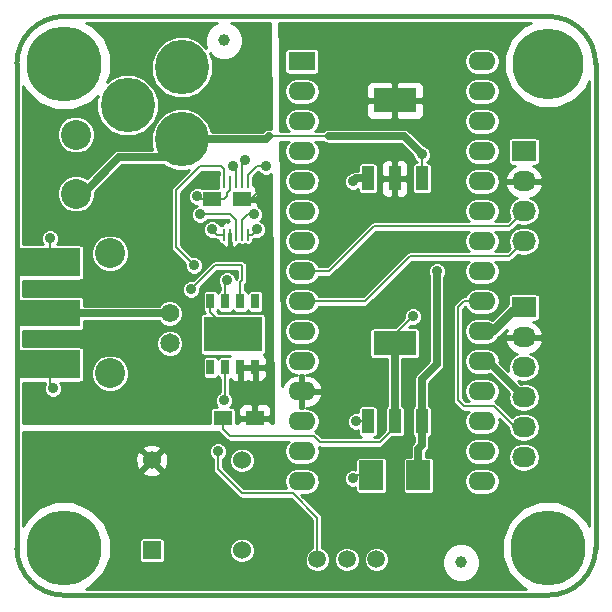
<source format=gtl>
G04 #@! TF.FileFunction,Copper,L1,Top,Signal*
%FSLAX46Y46*%
G04 Gerber Fmt 4.6, Leading zero omitted, Abs format (unit mm)*
G04 Created by KiCad (PCBNEW 4.0.1-stable) date 2/26/2016 9:50:35 PM*
%MOMM*%
G01*
G04 APERTURE LIST*
%ADD10C,0.150000*%
%ADD11C,0.381000*%
%ADD12R,2.286000X1.574800*%
%ADD13O,2.286000X1.574800*%
%ADD14R,3.657600X2.032000*%
%ADD15R,1.016000X2.032000*%
%ADD16C,6.350000*%
%ADD17C,6.000000*%
%ADD18R,0.269240X1.000760*%
%ADD19R,1.524000X1.524000*%
%ADD20C,1.524000*%
%ADD21C,1.500000*%
%ADD22R,0.635000X1.270000*%
%ADD23R,4.890000X2.940000*%
%ADD24C,0.400000*%
%ADD25C,1.000000*%
%ADD26R,1.500000X1.250000*%
%ADD27R,2.000000X2.500000*%
%ADD28R,1.500000X1.300000*%
%ADD29R,2.032000X1.727200*%
%ADD30O,2.032000X1.727200*%
%ADD31C,4.600000*%
%ADD32C,1.574800*%
%ADD33C,1.651000*%
%ADD34C,2.540000*%
%ADD35R,5.080000X2.286000*%
%ADD36R,5.080000X2.413000*%
%ADD37C,0.889000*%
%ADD38C,0.203200*%
%ADD39C,0.635000*%
%ADD40C,0.254000*%
G04 APERTURE END LIST*
D10*
D11*
X0Y-45000000D02*
X0Y-4000000D01*
X45000000Y-49000000D02*
X4000000Y-49000000D01*
X49000000Y-4000000D02*
X49000000Y-45000000D01*
X4000000Y0D02*
X45000000Y0D01*
X0Y-45000000D02*
G75*
G03X4000000Y-49000000I4000000J0D01*
G01*
X45000000Y-49000000D02*
G75*
G03X49000000Y-45000000I0J4000000D01*
G01*
X49000000Y-4000000D02*
G75*
G03X45000000Y0I-4000000J0D01*
G01*
X4000000Y0D02*
G75*
G03X0Y-4000000I0J-4000000D01*
G01*
D12*
X24130000Y-3810000D03*
D13*
X24130000Y-6350000D03*
X24130000Y-8890000D03*
X24130000Y-11430000D03*
X24130000Y-13970000D03*
X24130000Y-16510000D03*
X24130000Y-19050000D03*
X24130000Y-21590000D03*
X24130000Y-24130000D03*
X24130000Y-26670000D03*
X24130000Y-29210000D03*
X24130000Y-31750000D03*
X24130000Y-34290000D03*
X24130000Y-36830000D03*
X24130000Y-39370000D03*
X39370000Y-39370000D03*
X39370000Y-36830000D03*
X39370000Y-34290000D03*
X39370000Y-31750000D03*
X39370000Y-29210000D03*
X39370000Y-26670000D03*
X39370000Y-24130000D03*
X39370000Y-21590000D03*
X39370000Y-19050000D03*
X39370000Y-16510000D03*
X39370000Y-13970000D03*
X39370000Y-11430000D03*
X39370000Y-8890000D03*
X39370000Y-6350000D03*
X39370000Y-3810000D03*
D14*
X32004000Y-27686000D03*
D15*
X32004000Y-34290000D03*
X34290000Y-34290000D03*
X29718000Y-34290000D03*
D14*
X32004000Y-7112000D03*
D15*
X32004000Y-13716000D03*
X34290000Y-13716000D03*
X29718000Y-13716000D03*
D16*
X4000000Y-4000000D03*
D17*
X45000000Y-4000000D03*
D16*
X4000000Y-45000000D03*
X45000000Y-45000000D03*
D18*
X17526000Y-18478500D03*
X18034000Y-18478500D03*
X18542000Y-18478500D03*
X19050000Y-18478500D03*
X19558000Y-18478500D03*
X19558000Y-14033500D03*
X19050000Y-14033500D03*
X18542000Y-14033500D03*
X18034000Y-14033500D03*
X17526000Y-14033500D03*
D19*
X11430000Y-45212000D03*
D20*
X19050000Y-45212000D03*
X19050000Y-37592000D03*
X11430000Y-37592000D03*
D21*
X25440000Y-45974000D03*
X27940000Y-45974000D03*
X30440000Y-45974000D03*
D22*
X20193000Y-24130000D03*
X18923000Y-24130000D03*
X17653000Y-24130000D03*
X16383000Y-24130000D03*
X16383000Y-29718000D03*
X17653000Y-29718000D03*
X18923000Y-29718000D03*
X20193000Y-29718000D03*
D23*
X18288000Y-26924000D03*
D24*
X16788000Y-27674000D03*
X18288000Y-27674000D03*
X16788000Y-26174000D03*
X18288000Y-26174000D03*
X19788000Y-27674000D03*
X19788000Y-26174000D03*
D25*
X17526000Y-2032000D03*
X37592000Y-46228000D03*
D26*
X19030000Y-15494000D03*
X16530000Y-15494000D03*
D27*
X34004000Y-38862000D03*
X30004000Y-38862000D03*
D28*
X17446000Y-34036000D03*
X20146000Y-34036000D03*
D29*
X42926000Y-11430000D03*
D30*
X42926000Y-13970000D03*
X42926000Y-16510000D03*
X42926000Y-19050000D03*
D31*
X13970000Y-4318000D03*
X13970000Y-10418000D03*
X9370000Y-7518000D03*
D29*
X42926000Y-24638000D03*
D30*
X42926000Y-27178000D03*
X42926000Y-29718000D03*
X42926000Y-32258000D03*
X42926000Y-34798000D03*
X42926000Y-37338000D03*
D32*
X12954000Y-25146000D03*
D33*
X12954000Y-27686000D03*
D34*
X7874000Y-30226000D03*
X7874000Y-20066000D03*
X5000000Y-15000000D03*
X5000000Y-10000000D03*
D35*
X2794000Y-25146000D03*
D36*
X2794000Y-20828000D03*
X2794000Y-29464000D03*
D37*
X19050000Y-19812000D03*
X20574000Y-14732000D03*
X33274000Y-15494000D03*
X33528000Y-25400000D03*
X35560000Y-21590000D03*
X34290000Y-11684000D03*
X17526000Y-32512000D03*
X14986000Y-21082000D03*
X18288000Y-12700000D03*
X20320000Y-18034000D03*
X15494000Y-16764000D03*
X21082000Y-12700000D03*
X19304000Y-12192000D03*
X16510000Y-18034000D03*
X17780000Y-22352000D03*
X17018000Y-36830000D03*
X14732000Y-23114000D03*
X15240000Y-15240000D03*
X28448000Y-13970000D03*
X2794000Y-18796000D03*
X28702000Y-34290000D03*
X28448000Y-39116000D03*
X20066000Y-16764000D03*
X3048000Y-31496000D03*
D38*
X20146000Y-29765000D02*
X20193000Y-29718000D01*
X20146000Y-29765000D02*
X20193000Y-29718000D01*
X19030000Y-15494000D02*
X19812000Y-15494000D01*
X19812000Y-15494000D02*
X20574000Y-14732000D01*
X20193000Y-29718000D02*
X20193000Y-29591000D01*
D39*
X32004000Y-34290000D02*
X32004000Y-27686000D01*
D38*
X32004000Y-34290000D02*
X32004000Y-34798000D01*
X32004000Y-34798000D02*
X30734000Y-36068000D01*
X17446000Y-34972000D02*
X17446000Y-34036000D01*
X18034000Y-35560000D02*
X17446000Y-34972000D01*
X25146000Y-35560000D02*
X18034000Y-35560000D01*
X25654000Y-36068000D02*
X25146000Y-35560000D01*
X30734000Y-36068000D02*
X25654000Y-36068000D01*
X32004000Y-27686000D02*
X32004000Y-26924000D01*
X32004000Y-26924000D02*
X33528000Y-25400000D01*
D39*
X5000000Y-15000000D02*
X5574000Y-15000000D01*
X5574000Y-15000000D02*
X8636000Y-11938000D01*
X8636000Y-11938000D02*
X12450000Y-11938000D01*
X12450000Y-11938000D02*
X13970000Y-10418000D01*
X13970000Y-10418000D02*
X21078000Y-10418000D01*
X32766000Y-10160000D02*
X34290000Y-11684000D01*
D38*
X26416000Y-10160000D02*
X21336000Y-10160000D01*
D39*
X26416000Y-10160000D02*
X32766000Y-10160000D01*
X21078000Y-10418000D02*
X21336000Y-10160000D01*
X34290000Y-30734000D02*
X35560000Y-29464000D01*
X35560000Y-29464000D02*
X35560000Y-21590000D01*
X34290000Y-34290000D02*
X34290000Y-30734000D01*
X34004000Y-38862000D02*
X34004000Y-36608000D01*
X34290000Y-36322000D02*
X34290000Y-34290000D01*
X34004000Y-36608000D02*
X34290000Y-36322000D01*
D38*
X14228000Y-10160000D02*
X13970000Y-10418000D01*
X34290000Y-11684000D02*
X34290000Y-13716000D01*
X17653000Y-32385000D02*
X17653000Y-29718000D01*
X17526000Y-32512000D02*
X17653000Y-32385000D01*
X17526000Y-14033500D02*
X17526000Y-12954000D01*
X13462000Y-19558000D02*
X14986000Y-21082000D01*
X13462000Y-14732000D02*
X13462000Y-19558000D01*
X15494000Y-12700000D02*
X13462000Y-14732000D01*
X17272000Y-12700000D02*
X15494000Y-12700000D01*
X17526000Y-12954000D02*
X17272000Y-12700000D01*
D39*
X12954000Y-25146000D02*
X2794000Y-25146000D01*
D38*
X18542000Y-14033500D02*
X18542000Y-12954000D01*
X18542000Y-12954000D02*
X18288000Y-12700000D01*
X19558000Y-18478500D02*
X19875500Y-18478500D01*
X19875500Y-18478500D02*
X20320000Y-18034000D01*
X18542000Y-18478500D02*
X18542000Y-17272000D01*
X18034000Y-16764000D02*
X15494000Y-16764000D01*
X18542000Y-17272000D02*
X18034000Y-16764000D01*
X19558000Y-14033500D02*
X19558000Y-13462000D01*
X20320000Y-12700000D02*
X21082000Y-12700000D01*
X19558000Y-13462000D02*
X20320000Y-12700000D01*
X19050000Y-14033500D02*
X19050000Y-12446000D01*
X19050000Y-12446000D02*
X19304000Y-12192000D01*
X16954500Y-18478500D02*
X17526000Y-18478500D01*
X16510000Y-18034000D02*
X16954500Y-18478500D01*
X17780000Y-22352000D02*
X17653000Y-22479000D01*
X17653000Y-22479000D02*
X17653000Y-24130000D01*
X24130000Y-21590000D02*
X26416000Y-21590000D01*
X41656000Y-17780000D02*
X42926000Y-16510000D01*
X30226000Y-17780000D02*
X41656000Y-17780000D01*
X26416000Y-21590000D02*
X30226000Y-17780000D01*
X24130000Y-24130000D02*
X29464000Y-24130000D01*
X41656000Y-20320000D02*
X42926000Y-19050000D01*
X33274000Y-20320000D02*
X41656000Y-20320000D01*
X29464000Y-24130000D02*
X33274000Y-20320000D01*
X25440000Y-45974000D02*
X25440000Y-42458000D01*
X17018000Y-38354000D02*
X17018000Y-36830000D01*
X19050000Y-40386000D02*
X17018000Y-38354000D01*
X23368000Y-40386000D02*
X19050000Y-40386000D01*
X25440000Y-42458000D02*
X23368000Y-40386000D01*
X18923000Y-22479000D02*
X18923000Y-24130000D01*
X19050000Y-22352000D02*
X18923000Y-22479000D01*
X19050000Y-21082000D02*
X19050000Y-22352000D01*
X16764000Y-21082000D02*
X19050000Y-21082000D01*
X14732000Y-23114000D02*
X16764000Y-21082000D01*
D39*
X39370000Y-29210000D02*
X39878000Y-29210000D01*
X39878000Y-29210000D02*
X42926000Y-32258000D01*
X42926000Y-32258000D02*
X42926000Y-32004000D01*
X40132000Y-29210000D02*
X39370000Y-29210000D01*
D38*
X42926000Y-32258000D02*
X42418000Y-32258000D01*
D39*
X39370000Y-26670000D02*
X40386000Y-26670000D01*
X40386000Y-26670000D02*
X42418000Y-24638000D01*
X42418000Y-24638000D02*
X42926000Y-24638000D01*
D38*
X39370000Y-26670000D02*
X39878000Y-26670000D01*
X39878000Y-26670000D02*
X41910000Y-24638000D01*
X41910000Y-24638000D02*
X42926000Y-24638000D01*
X42926000Y-34798000D02*
X42164000Y-34798000D01*
X42164000Y-34798000D02*
X40386000Y-33020000D01*
X40386000Y-33020000D02*
X37846000Y-33020000D01*
X37846000Y-33020000D02*
X37338000Y-32512000D01*
X37338000Y-32512000D02*
X37338000Y-24638000D01*
X37338000Y-24638000D02*
X37846000Y-24130000D01*
X37846000Y-24130000D02*
X39370000Y-24130000D01*
X15494000Y-15494000D02*
X15240000Y-15240000D01*
X15494000Y-15494000D02*
X16530000Y-15494000D01*
D39*
X29718000Y-13716000D02*
X28702000Y-13716000D01*
X28702000Y-13716000D02*
X28448000Y-13970000D01*
D38*
X16530000Y-15494000D02*
X17526000Y-15494000D01*
X18034000Y-14732000D02*
X17780000Y-14986000D01*
X18034000Y-14033500D02*
X18034000Y-14732000D01*
X17526000Y-15494000D02*
X17780000Y-15240000D01*
X17780000Y-15240000D02*
X17780000Y-14986000D01*
X2794000Y-18796000D02*
X2794000Y-20828000D01*
X29718000Y-34290000D02*
X28702000Y-34290000D01*
X30004000Y-38862000D02*
X28702000Y-38862000D01*
X28702000Y-38862000D02*
X28448000Y-39116000D01*
X16530000Y-15494000D02*
X16002000Y-15494000D01*
X19050000Y-18478500D02*
X19050000Y-17272000D01*
X19558000Y-16764000D02*
X20066000Y-16764000D01*
X19050000Y-17272000D02*
X19558000Y-16764000D01*
X17272000Y-15494000D02*
X16530000Y-15494000D01*
X16383000Y-24130000D02*
X16383000Y-25019000D01*
X16383000Y-25019000D02*
X18288000Y-26924000D01*
X2794000Y-31242000D02*
X3048000Y-31496000D01*
X2794000Y-31242000D02*
X2794000Y-29464000D01*
D40*
G36*
X42871782Y-808872D02*
X41812591Y-1866216D01*
X41238654Y-3248409D01*
X41237348Y-4745025D01*
X41808872Y-6128218D01*
X42866216Y-7187409D01*
X44248409Y-7761346D01*
X45745025Y-7762652D01*
X47128218Y-7191128D01*
X48187409Y-6133784D01*
X48479300Y-5430833D01*
X48479300Y-43110949D01*
X48339572Y-42772782D01*
X47233043Y-41664320D01*
X45786553Y-41063685D01*
X44220318Y-41062318D01*
X42772782Y-41660428D01*
X41664320Y-42766957D01*
X41063685Y-44213447D01*
X41062318Y-45779682D01*
X41660428Y-47227218D01*
X42766957Y-48335680D01*
X43112832Y-48479300D01*
X5889051Y-48479300D01*
X6227218Y-48339572D01*
X7335680Y-47233043D01*
X7936315Y-45786553D01*
X7937481Y-44450000D01*
X10331331Y-44450000D01*
X10331331Y-45974000D01*
X10354356Y-46096365D01*
X10426673Y-46208749D01*
X10537017Y-46284144D01*
X10668000Y-46310669D01*
X12192000Y-46310669D01*
X12314365Y-46287644D01*
X12426749Y-46215327D01*
X12502144Y-46104983D01*
X12528669Y-45974000D01*
X12528669Y-45428299D01*
X17957611Y-45428299D01*
X18123538Y-45829873D01*
X18430511Y-46137382D01*
X18831795Y-46304010D01*
X19266299Y-46304389D01*
X19667873Y-46138462D01*
X19975382Y-45831489D01*
X20142010Y-45430205D01*
X20142389Y-44995701D01*
X19976462Y-44594127D01*
X19669489Y-44286618D01*
X19268205Y-44119990D01*
X18833701Y-44119611D01*
X18432127Y-44285538D01*
X18124618Y-44592511D01*
X17957990Y-44993795D01*
X17957611Y-45428299D01*
X12528669Y-45428299D01*
X12528669Y-44450000D01*
X12505644Y-44327635D01*
X12433327Y-44215251D01*
X12322983Y-44139856D01*
X12192000Y-44113331D01*
X10668000Y-44113331D01*
X10545635Y-44136356D01*
X10433251Y-44208673D01*
X10357856Y-44319017D01*
X10331331Y-44450000D01*
X7937481Y-44450000D01*
X7937682Y-44220318D01*
X7339572Y-42772782D01*
X6233043Y-41664320D01*
X4786553Y-41063685D01*
X3220318Y-41062318D01*
X1772782Y-41660428D01*
X664320Y-42766957D01*
X520700Y-43112832D01*
X520700Y-38572213D01*
X10629392Y-38572213D01*
X10698857Y-38814397D01*
X11222302Y-39001144D01*
X11777368Y-38973362D01*
X12161143Y-38814397D01*
X12230608Y-38572213D01*
X11430000Y-37771605D01*
X10629392Y-38572213D01*
X520700Y-38572213D01*
X520700Y-37384302D01*
X10020856Y-37384302D01*
X10048638Y-37939368D01*
X10207603Y-38323143D01*
X10449787Y-38392608D01*
X11250395Y-37592000D01*
X11609605Y-37592000D01*
X12410213Y-38392608D01*
X12652397Y-38323143D01*
X12839144Y-37799698D01*
X12811362Y-37244632D01*
X12703165Y-36983421D01*
X16243166Y-36983421D01*
X16360859Y-37268259D01*
X16578595Y-37486376D01*
X16586200Y-37489534D01*
X16586200Y-38354000D01*
X16619069Y-38519243D01*
X16659490Y-38579737D01*
X16712671Y-38659329D01*
X18744671Y-40691329D01*
X18884757Y-40784931D01*
X19050000Y-40817800D01*
X23189142Y-40817800D01*
X25008200Y-42636857D01*
X25008200Y-44983638D01*
X24828915Y-45057717D01*
X24524785Y-45361317D01*
X24359988Y-45758192D01*
X24359613Y-46187922D01*
X24523717Y-46585085D01*
X24827317Y-46889215D01*
X25224192Y-47054012D01*
X25653922Y-47054387D01*
X26051085Y-46890283D01*
X26355215Y-46586683D01*
X26520012Y-46189808D01*
X26520013Y-46187922D01*
X26859613Y-46187922D01*
X27023717Y-46585085D01*
X27327317Y-46889215D01*
X27724192Y-47054012D01*
X28153922Y-47054387D01*
X28551085Y-46890283D01*
X28855215Y-46586683D01*
X29020012Y-46189808D01*
X29020013Y-46187922D01*
X29359613Y-46187922D01*
X29523717Y-46585085D01*
X29827317Y-46889215D01*
X30224192Y-47054012D01*
X30653922Y-47054387D01*
X31051085Y-46890283D01*
X31355215Y-46586683D01*
X31370359Y-46550211D01*
X35964718Y-46550211D01*
X36211892Y-47148418D01*
X36669175Y-47606499D01*
X37266950Y-47854717D01*
X37914211Y-47855282D01*
X38512418Y-47608108D01*
X38970499Y-47150825D01*
X39218717Y-46553050D01*
X39219282Y-45905789D01*
X38972108Y-45307582D01*
X38514825Y-44849501D01*
X37917050Y-44601283D01*
X37269789Y-44600718D01*
X36671582Y-44847892D01*
X36213501Y-45305175D01*
X35965283Y-45902950D01*
X35964718Y-46550211D01*
X31370359Y-46550211D01*
X31520012Y-46189808D01*
X31520387Y-45760078D01*
X31356283Y-45362915D01*
X31052683Y-45058785D01*
X30655808Y-44893988D01*
X30226078Y-44893613D01*
X29828915Y-45057717D01*
X29524785Y-45361317D01*
X29359988Y-45758192D01*
X29359613Y-46187922D01*
X29020013Y-46187922D01*
X29020387Y-45760078D01*
X28856283Y-45362915D01*
X28552683Y-45058785D01*
X28155808Y-44893988D01*
X27726078Y-44893613D01*
X27328915Y-45057717D01*
X27024785Y-45361317D01*
X26859988Y-45758192D01*
X26859613Y-46187922D01*
X26520013Y-46187922D01*
X26520387Y-45760078D01*
X26356283Y-45362915D01*
X26052683Y-45058785D01*
X25871800Y-44983676D01*
X25871800Y-42458005D01*
X25871801Y-42458000D01*
X25838932Y-42292758D01*
X25807872Y-42246274D01*
X25745329Y-42152671D01*
X25745326Y-42152669D01*
X24080258Y-40487600D01*
X24514462Y-40487600D01*
X24942149Y-40402528D01*
X25304725Y-40160263D01*
X25546990Y-39797687D01*
X25632062Y-39370000D01*
X25612056Y-39269421D01*
X27673166Y-39269421D01*
X27790859Y-39554259D01*
X28008595Y-39772376D01*
X28293227Y-39890565D01*
X28601421Y-39890834D01*
X28667331Y-39863600D01*
X28667331Y-40112000D01*
X28690356Y-40234365D01*
X28762673Y-40346749D01*
X28873017Y-40422144D01*
X29004000Y-40448669D01*
X31004000Y-40448669D01*
X31126365Y-40425644D01*
X31238749Y-40353327D01*
X31314144Y-40242983D01*
X31340669Y-40112000D01*
X31340669Y-37612000D01*
X32667331Y-37612000D01*
X32667331Y-40112000D01*
X32690356Y-40234365D01*
X32762673Y-40346749D01*
X32873017Y-40422144D01*
X33004000Y-40448669D01*
X35004000Y-40448669D01*
X35126365Y-40425644D01*
X35238749Y-40353327D01*
X35314144Y-40242983D01*
X35340669Y-40112000D01*
X35340669Y-39370000D01*
X37867938Y-39370000D01*
X37953010Y-39797687D01*
X38195275Y-40160263D01*
X38557851Y-40402528D01*
X38985538Y-40487600D01*
X39754462Y-40487600D01*
X40182149Y-40402528D01*
X40544725Y-40160263D01*
X40786990Y-39797687D01*
X40872062Y-39370000D01*
X40786990Y-38942313D01*
X40544725Y-38579737D01*
X40182149Y-38337472D01*
X39754462Y-38252400D01*
X38985538Y-38252400D01*
X38557851Y-38337472D01*
X38195275Y-38579737D01*
X37953010Y-38942313D01*
X37867938Y-39370000D01*
X35340669Y-39370000D01*
X35340669Y-37612000D01*
X35317644Y-37489635D01*
X35245327Y-37377251D01*
X35134983Y-37301856D01*
X35004000Y-37275331D01*
X34651700Y-37275331D01*
X34651700Y-36876286D01*
X34697986Y-36830000D01*
X37867938Y-36830000D01*
X37953010Y-37257687D01*
X38195275Y-37620263D01*
X38557851Y-37862528D01*
X38985538Y-37947600D01*
X39754462Y-37947600D01*
X40182149Y-37862528D01*
X40544725Y-37620263D01*
X40733326Y-37338000D01*
X41553426Y-37338000D01*
X41644299Y-37794847D01*
X41903082Y-38182144D01*
X42290379Y-38440927D01*
X42747226Y-38531800D01*
X43104774Y-38531800D01*
X43561621Y-38440927D01*
X43948918Y-38182144D01*
X44207701Y-37794847D01*
X44298574Y-37338000D01*
X44207701Y-36881153D01*
X43948918Y-36493856D01*
X43561621Y-36235073D01*
X43104774Y-36144200D01*
X42747226Y-36144200D01*
X42290379Y-36235073D01*
X41903082Y-36493856D01*
X41644299Y-36881153D01*
X41553426Y-37338000D01*
X40733326Y-37338000D01*
X40786990Y-37257687D01*
X40872062Y-36830000D01*
X40786990Y-36402313D01*
X40544725Y-36039737D01*
X40182149Y-35797472D01*
X39754462Y-35712400D01*
X38985538Y-35712400D01*
X38557851Y-35797472D01*
X38195275Y-36039737D01*
X37953010Y-36402313D01*
X37867938Y-36830000D01*
X34697986Y-36830000D01*
X34747993Y-36779993D01*
X34888397Y-36569864D01*
X34937700Y-36322000D01*
X34937700Y-35608489D01*
X35032749Y-35547327D01*
X35108144Y-35436983D01*
X35134669Y-35306000D01*
X35134669Y-33274000D01*
X35111644Y-33151635D01*
X35039327Y-33039251D01*
X34937700Y-32969812D01*
X34937700Y-31002286D01*
X36017993Y-29921993D01*
X36158397Y-29711864D01*
X36207700Y-29464000D01*
X36207700Y-24638000D01*
X36906200Y-24638000D01*
X36906200Y-32512000D01*
X36939069Y-32677243D01*
X36964961Y-32715993D01*
X37032671Y-32817329D01*
X37540669Y-33325326D01*
X37540671Y-33325329D01*
X37680757Y-33418931D01*
X37846000Y-33451800D01*
X38267018Y-33451800D01*
X38195275Y-33499737D01*
X37953010Y-33862313D01*
X37867938Y-34290000D01*
X37953010Y-34717687D01*
X38195275Y-35080263D01*
X38557851Y-35322528D01*
X38985538Y-35407600D01*
X39754462Y-35407600D01*
X40182149Y-35322528D01*
X40544725Y-35080263D01*
X40786990Y-34717687D01*
X40872062Y-34290000D01*
X40829036Y-34073694D01*
X41553447Y-34798105D01*
X41644299Y-35254847D01*
X41903082Y-35642144D01*
X42290379Y-35900927D01*
X42747226Y-35991800D01*
X43104774Y-35991800D01*
X43561621Y-35900927D01*
X43948918Y-35642144D01*
X44207701Y-35254847D01*
X44298574Y-34798000D01*
X44207701Y-34341153D01*
X43948918Y-33953856D01*
X43561621Y-33695073D01*
X43104774Y-33604200D01*
X42747226Y-33604200D01*
X42290379Y-33695073D01*
X41919526Y-33942868D01*
X40691329Y-32714671D01*
X40654898Y-32690329D01*
X40551243Y-32621069D01*
X40453028Y-32601533D01*
X40544725Y-32540263D01*
X40786990Y-32177687D01*
X40872062Y-31750000D01*
X40786990Y-31322313D01*
X40544725Y-30959737D01*
X40182149Y-30717472D01*
X39754462Y-30632400D01*
X38985538Y-30632400D01*
X38557851Y-30717472D01*
X38195275Y-30959737D01*
X37953010Y-31322313D01*
X37867938Y-31750000D01*
X37953010Y-32177687D01*
X38195275Y-32540263D01*
X38267018Y-32588200D01*
X38024857Y-32588200D01*
X37769800Y-32333142D01*
X37769800Y-29210000D01*
X37867938Y-29210000D01*
X37953010Y-29637687D01*
X38195275Y-30000263D01*
X38557851Y-30242528D01*
X38985538Y-30327600D01*
X39754462Y-30327600D01*
X40025668Y-30273654D01*
X41629179Y-31877165D01*
X41553426Y-32258000D01*
X41644299Y-32714847D01*
X41903082Y-33102144D01*
X42290379Y-33360927D01*
X42747226Y-33451800D01*
X43104774Y-33451800D01*
X43561621Y-33360927D01*
X43948918Y-33102144D01*
X44207701Y-32714847D01*
X44298574Y-32258000D01*
X44207701Y-31801153D01*
X43948918Y-31413856D01*
X43561621Y-31155073D01*
X43104774Y-31064200D01*
X42747226Y-31064200D01*
X42664618Y-31080632D01*
X42433352Y-30849366D01*
X42747226Y-30911800D01*
X43104774Y-30911800D01*
X43561621Y-30820927D01*
X43948918Y-30562144D01*
X44207701Y-30174847D01*
X44298574Y-29718000D01*
X44207701Y-29261153D01*
X43948918Y-28873856D01*
X43561621Y-28615073D01*
X43474815Y-28597806D01*
X43840320Y-28469954D01*
X44276732Y-28080036D01*
X44530709Y-27552791D01*
X44533358Y-27537026D01*
X44412217Y-27305000D01*
X43053000Y-27305000D01*
X43053000Y-27325000D01*
X42799000Y-27325000D01*
X42799000Y-27305000D01*
X41439783Y-27305000D01*
X41318642Y-27537026D01*
X41321291Y-27552791D01*
X41575268Y-28080036D01*
X42011680Y-28469954D01*
X42377185Y-28597806D01*
X42290379Y-28615073D01*
X41903082Y-28873856D01*
X41644299Y-29261153D01*
X41553426Y-29718000D01*
X41615860Y-30031874D01*
X40859108Y-29275122D01*
X40872062Y-29210000D01*
X40786990Y-28782313D01*
X40544725Y-28419737D01*
X40182149Y-28177472D01*
X39754462Y-28092400D01*
X38985538Y-28092400D01*
X38557851Y-28177472D01*
X38195275Y-28419737D01*
X37953010Y-28782313D01*
X37867938Y-29210000D01*
X37769800Y-29210000D01*
X37769800Y-26670000D01*
X37867938Y-26670000D01*
X37953010Y-27097687D01*
X38195275Y-27460263D01*
X38557851Y-27702528D01*
X38985538Y-27787600D01*
X39754462Y-27787600D01*
X40182149Y-27702528D01*
X40544725Y-27460263D01*
X40704431Y-27221246D01*
X40843993Y-27127993D01*
X41463038Y-26508948D01*
X41321291Y-26803209D01*
X41318642Y-26818974D01*
X41439783Y-27051000D01*
X42799000Y-27051000D01*
X42799000Y-27031000D01*
X43053000Y-27031000D01*
X43053000Y-27051000D01*
X44412217Y-27051000D01*
X44533358Y-26818974D01*
X44530709Y-26803209D01*
X44276732Y-26275964D01*
X43840320Y-25886046D01*
X43703735Y-25838269D01*
X43942000Y-25838269D01*
X44064365Y-25815244D01*
X44176749Y-25742927D01*
X44252144Y-25632583D01*
X44278669Y-25501600D01*
X44278669Y-23774400D01*
X44255644Y-23652035D01*
X44183327Y-23539651D01*
X44072983Y-23464256D01*
X43942000Y-23437731D01*
X41910000Y-23437731D01*
X41787635Y-23460756D01*
X41675251Y-23533073D01*
X41599856Y-23643417D01*
X41573331Y-23774400D01*
X41573331Y-24364011D01*
X40252718Y-25684624D01*
X40182149Y-25637472D01*
X39754462Y-25552400D01*
X38985538Y-25552400D01*
X38557851Y-25637472D01*
X38195275Y-25879737D01*
X37953010Y-26242313D01*
X37867938Y-26670000D01*
X37769800Y-26670000D01*
X37769800Y-24816858D01*
X37983435Y-24603222D01*
X38195275Y-24920263D01*
X38557851Y-25162528D01*
X38985538Y-25247600D01*
X39754462Y-25247600D01*
X40182149Y-25162528D01*
X40544725Y-24920263D01*
X40786990Y-24557687D01*
X40872062Y-24130000D01*
X40786990Y-23702313D01*
X40544725Y-23339737D01*
X40182149Y-23097472D01*
X39754462Y-23012400D01*
X38985538Y-23012400D01*
X38557851Y-23097472D01*
X38195275Y-23339737D01*
X37955758Y-23698200D01*
X37846000Y-23698200D01*
X37680757Y-23731069D01*
X37540671Y-23824671D01*
X37540669Y-23824674D01*
X37032671Y-24332671D01*
X36939069Y-24472757D01*
X36906200Y-24638000D01*
X36207700Y-24638000D01*
X36207700Y-22038066D01*
X36216376Y-22029405D01*
X36334565Y-21744773D01*
X36334834Y-21436579D01*
X36217141Y-21151741D01*
X35999405Y-20933624D01*
X35714773Y-20815435D01*
X35406579Y-20815166D01*
X35121741Y-20932859D01*
X34903624Y-21150595D01*
X34785435Y-21435227D01*
X34785166Y-21743421D01*
X34902859Y-22028259D01*
X34912300Y-22037717D01*
X34912300Y-29195714D01*
X33832007Y-30276007D01*
X33691603Y-30486136D01*
X33642300Y-30734000D01*
X33642300Y-32971511D01*
X33547251Y-33032673D01*
X33471856Y-33143017D01*
X33445331Y-33274000D01*
X33445331Y-35306000D01*
X33468356Y-35428365D01*
X33540673Y-35540749D01*
X33642300Y-35610188D01*
X33642300Y-36053714D01*
X33546007Y-36150007D01*
X33405603Y-36360136D01*
X33356300Y-36608000D01*
X33356300Y-37275331D01*
X33004000Y-37275331D01*
X32881635Y-37298356D01*
X32769251Y-37370673D01*
X32693856Y-37481017D01*
X32667331Y-37612000D01*
X31340669Y-37612000D01*
X31317644Y-37489635D01*
X31245327Y-37377251D01*
X31134983Y-37301856D01*
X31004000Y-37275331D01*
X29004000Y-37275331D01*
X28881635Y-37298356D01*
X28769251Y-37370673D01*
X28693856Y-37481017D01*
X28667331Y-37612000D01*
X28667331Y-38368242D01*
X28602773Y-38341435D01*
X28294579Y-38341166D01*
X28009741Y-38458859D01*
X27791624Y-38676595D01*
X27673435Y-38961227D01*
X27673166Y-39269421D01*
X25612056Y-39269421D01*
X25546990Y-38942313D01*
X25304725Y-38579737D01*
X24942149Y-38337472D01*
X24514462Y-38252400D01*
X23745538Y-38252400D01*
X23317851Y-38337472D01*
X22955275Y-38579737D01*
X22713010Y-38942313D01*
X22627938Y-39370000D01*
X22713010Y-39797687D01*
X22817588Y-39954200D01*
X19228858Y-39954200D01*
X17449800Y-38175142D01*
X17449800Y-37808299D01*
X17957611Y-37808299D01*
X18123538Y-38209873D01*
X18430511Y-38517382D01*
X18831795Y-38684010D01*
X19266299Y-38684389D01*
X19667873Y-38518462D01*
X19975382Y-38211489D01*
X20142010Y-37810205D01*
X20142389Y-37375701D01*
X19976462Y-36974127D01*
X19669489Y-36666618D01*
X19268205Y-36499990D01*
X18833701Y-36499611D01*
X18432127Y-36665538D01*
X18124618Y-36972511D01*
X17957990Y-37373795D01*
X17957611Y-37808299D01*
X17449800Y-37808299D01*
X17449800Y-37489810D01*
X17456259Y-37487141D01*
X17674376Y-37269405D01*
X17792565Y-36984773D01*
X17792834Y-36676579D01*
X17675141Y-36391741D01*
X17457405Y-36173624D01*
X17172773Y-36055435D01*
X16864579Y-36055166D01*
X16579741Y-36172859D01*
X16361624Y-36390595D01*
X16243435Y-36675227D01*
X16243166Y-36983421D01*
X12703165Y-36983421D01*
X12652397Y-36860857D01*
X12410213Y-36791392D01*
X11609605Y-37592000D01*
X11250395Y-37592000D01*
X10449787Y-36791392D01*
X10207603Y-36860857D01*
X10020856Y-37384302D01*
X520700Y-37384302D01*
X520700Y-36611787D01*
X10629392Y-36611787D01*
X11430000Y-37412395D01*
X12230608Y-36611787D01*
X12161143Y-36369603D01*
X11637698Y-36182856D01*
X11082632Y-36210638D01*
X10698857Y-36369603D01*
X10629392Y-36611787D01*
X520700Y-36611787D01*
X520700Y-35179000D01*
X17074970Y-35179000D01*
X17125532Y-35254672D01*
X17140671Y-35277329D01*
X17728669Y-35865326D01*
X17728671Y-35865329D01*
X17784688Y-35902758D01*
X17868758Y-35958932D01*
X18034000Y-35991801D01*
X18034005Y-35991800D01*
X23027018Y-35991800D01*
X22955275Y-36039737D01*
X22713010Y-36402313D01*
X22627938Y-36830000D01*
X22713010Y-37257687D01*
X22955275Y-37620263D01*
X23317851Y-37862528D01*
X23745538Y-37947600D01*
X24514462Y-37947600D01*
X24942149Y-37862528D01*
X25304725Y-37620263D01*
X25546990Y-37257687D01*
X25632062Y-36830000D01*
X25562772Y-36481654D01*
X25654000Y-36499800D01*
X30734000Y-36499800D01*
X30899243Y-36466931D01*
X31039329Y-36373329D01*
X31769989Y-35642669D01*
X32512000Y-35642669D01*
X32634365Y-35619644D01*
X32746749Y-35547327D01*
X32822144Y-35436983D01*
X32848669Y-35306000D01*
X32848669Y-33274000D01*
X32825644Y-33151635D01*
X32753327Y-33039251D01*
X32651700Y-32969812D01*
X32651700Y-29038669D01*
X33832800Y-29038669D01*
X33955165Y-29015644D01*
X34067549Y-28943327D01*
X34142944Y-28832983D01*
X34169469Y-28702000D01*
X34169469Y-26670000D01*
X34146444Y-26547635D01*
X34074127Y-26435251D01*
X33963783Y-26359856D01*
X33832800Y-26333331D01*
X33205326Y-26333331D01*
X33366772Y-26171885D01*
X33373227Y-26174565D01*
X33681421Y-26174834D01*
X33966259Y-26057141D01*
X34184376Y-25839405D01*
X34302565Y-25554773D01*
X34302834Y-25246579D01*
X34185141Y-24961741D01*
X33967405Y-24743624D01*
X33682773Y-24625435D01*
X33374579Y-24625166D01*
X33089741Y-24742859D01*
X32871624Y-24960595D01*
X32753435Y-25245227D01*
X32753166Y-25553421D01*
X32756311Y-25561032D01*
X31984011Y-26333331D01*
X30175200Y-26333331D01*
X30052835Y-26356356D01*
X29940451Y-26428673D01*
X29865056Y-26539017D01*
X29838531Y-26670000D01*
X29838531Y-28702000D01*
X29861556Y-28824365D01*
X29933873Y-28936749D01*
X30044217Y-29012144D01*
X30175200Y-29038669D01*
X31356300Y-29038669D01*
X31356300Y-32971511D01*
X31261251Y-33032673D01*
X31185856Y-33143017D01*
X31159331Y-33274000D01*
X31159331Y-35032011D01*
X30555142Y-35636200D01*
X30260379Y-35636200D01*
X30348365Y-35619644D01*
X30460749Y-35547327D01*
X30536144Y-35436983D01*
X30562669Y-35306000D01*
X30562669Y-33274000D01*
X30539644Y-33151635D01*
X30467327Y-33039251D01*
X30356983Y-32963856D01*
X30226000Y-32937331D01*
X29210000Y-32937331D01*
X29087635Y-32960356D01*
X28975251Y-33032673D01*
X28899856Y-33143017D01*
X28873331Y-33274000D01*
X28873331Y-33522310D01*
X28856773Y-33515435D01*
X28548579Y-33515166D01*
X28263741Y-33632859D01*
X28045624Y-33850595D01*
X27927435Y-34135227D01*
X27927166Y-34443421D01*
X28044859Y-34728259D01*
X28262595Y-34946376D01*
X28547227Y-35064565D01*
X28855421Y-35064834D01*
X28873331Y-35057434D01*
X28873331Y-35306000D01*
X28896356Y-35428365D01*
X28968673Y-35540749D01*
X29079017Y-35616144D01*
X29178055Y-35636200D01*
X25832857Y-35636200D01*
X25451329Y-35254671D01*
X25414108Y-35229801D01*
X25311243Y-35161069D01*
X25213028Y-35141533D01*
X25304725Y-35080263D01*
X25546990Y-34717687D01*
X25632062Y-34290000D01*
X25546990Y-33862313D01*
X25304725Y-33499737D01*
X24942149Y-33257472D01*
X24514462Y-33172400D01*
X24612600Y-33172400D01*
X25147262Y-33015525D01*
X25581191Y-32665986D01*
X25848327Y-32176996D01*
X25865010Y-32097060D01*
X25742852Y-31877000D01*
X24257000Y-31877000D01*
X24257000Y-33172400D01*
X24003000Y-33172400D01*
X24003000Y-31877000D01*
X23983000Y-31877000D01*
X23983000Y-31623000D01*
X24003000Y-31623000D01*
X24003000Y-30327600D01*
X24257000Y-30327600D01*
X24257000Y-31623000D01*
X25742852Y-31623000D01*
X25865010Y-31402940D01*
X25848327Y-31323004D01*
X25581191Y-30834014D01*
X25147262Y-30484475D01*
X24612600Y-30327600D01*
X24514462Y-30327600D01*
X24942149Y-30242528D01*
X25304725Y-30000263D01*
X25546990Y-29637687D01*
X25632062Y-29210000D01*
X25546990Y-28782313D01*
X25304725Y-28419737D01*
X24942149Y-28177472D01*
X24514462Y-28092400D01*
X23745538Y-28092400D01*
X23317851Y-28177472D01*
X22955275Y-28419737D01*
X22713010Y-28782313D01*
X22627938Y-29210000D01*
X22713010Y-29637687D01*
X22955275Y-30000263D01*
X23317851Y-30242528D01*
X23745538Y-30327600D01*
X23647400Y-30327600D01*
X23112738Y-30484475D01*
X22678809Y-30834014D01*
X22451454Y-31250185D01*
X22418265Y-26670000D01*
X22627938Y-26670000D01*
X22713010Y-27097687D01*
X22955275Y-27460263D01*
X23317851Y-27702528D01*
X23745538Y-27787600D01*
X24514462Y-27787600D01*
X24942149Y-27702528D01*
X25304725Y-27460263D01*
X25546990Y-27097687D01*
X25632062Y-26670000D01*
X25546990Y-26242313D01*
X25304725Y-25879737D01*
X24942149Y-25637472D01*
X24514462Y-25552400D01*
X23745538Y-25552400D01*
X23317851Y-25637472D01*
X22955275Y-25879737D01*
X22713010Y-26242313D01*
X22627938Y-26670000D01*
X22418265Y-26670000D01*
X22381454Y-21590000D01*
X22627938Y-21590000D01*
X22713010Y-22017687D01*
X22955275Y-22380263D01*
X23317851Y-22622528D01*
X23745538Y-22707600D01*
X24514462Y-22707600D01*
X24942149Y-22622528D01*
X25304725Y-22380263D01*
X25544242Y-22021800D01*
X26416000Y-22021800D01*
X26581243Y-21988931D01*
X26721329Y-21895329D01*
X30404857Y-18211800D01*
X38267018Y-18211800D01*
X38195275Y-18259737D01*
X37953010Y-18622313D01*
X37867938Y-19050000D01*
X37953010Y-19477687D01*
X38195275Y-19840263D01*
X38267018Y-19888200D01*
X33274005Y-19888200D01*
X33274000Y-19888199D01*
X33136173Y-19915615D01*
X33108757Y-19921069D01*
X32968671Y-20014671D01*
X32968669Y-20014674D01*
X29285142Y-23698200D01*
X25544242Y-23698200D01*
X25304725Y-23339737D01*
X24942149Y-23097472D01*
X24514462Y-23012400D01*
X23745538Y-23012400D01*
X23317851Y-23097472D01*
X22955275Y-23339737D01*
X22713010Y-23702313D01*
X22627938Y-24130000D01*
X22713010Y-24557687D01*
X22955275Y-24920263D01*
X23317851Y-25162528D01*
X23745538Y-25247600D01*
X24514462Y-25247600D01*
X24942149Y-25162528D01*
X25304725Y-24920263D01*
X25544242Y-24561800D01*
X29464000Y-24561800D01*
X29629243Y-24528931D01*
X29769329Y-24435329D01*
X33452857Y-20751800D01*
X38267018Y-20751800D01*
X38195275Y-20799737D01*
X37953010Y-21162313D01*
X37867938Y-21590000D01*
X37953010Y-22017687D01*
X38195275Y-22380263D01*
X38557851Y-22622528D01*
X38985538Y-22707600D01*
X39754462Y-22707600D01*
X40182149Y-22622528D01*
X40544725Y-22380263D01*
X40786990Y-22017687D01*
X40872062Y-21590000D01*
X40786990Y-21162313D01*
X40544725Y-20799737D01*
X40472982Y-20751800D01*
X41656000Y-20751800D01*
X41821243Y-20718931D01*
X41961329Y-20625329D01*
X42409947Y-20176711D01*
X42747226Y-20243800D01*
X43104774Y-20243800D01*
X43561621Y-20152927D01*
X43948918Y-19894144D01*
X44207701Y-19506847D01*
X44298574Y-19050000D01*
X44207701Y-18593153D01*
X43948918Y-18205856D01*
X43561621Y-17947073D01*
X43104774Y-17856200D01*
X42747226Y-17856200D01*
X42290379Y-17947073D01*
X41903082Y-18205856D01*
X41644299Y-18593153D01*
X41553426Y-19050000D01*
X41644299Y-19506847D01*
X41730094Y-19635248D01*
X41477142Y-19888200D01*
X40472982Y-19888200D01*
X40544725Y-19840263D01*
X40786990Y-19477687D01*
X40872062Y-19050000D01*
X40786990Y-18622313D01*
X40544725Y-18259737D01*
X40472982Y-18211800D01*
X41656000Y-18211800D01*
X41821243Y-18178931D01*
X41961329Y-18085329D01*
X42409947Y-17636711D01*
X42747226Y-17703800D01*
X43104774Y-17703800D01*
X43561621Y-17612927D01*
X43948918Y-17354144D01*
X44207701Y-16966847D01*
X44298574Y-16510000D01*
X44207701Y-16053153D01*
X43948918Y-15665856D01*
X43561621Y-15407073D01*
X43474815Y-15389806D01*
X43840320Y-15261954D01*
X44276732Y-14872036D01*
X44530709Y-14344791D01*
X44533358Y-14329026D01*
X44412217Y-14097000D01*
X43053000Y-14097000D01*
X43053000Y-14117000D01*
X42799000Y-14117000D01*
X42799000Y-14097000D01*
X41439783Y-14097000D01*
X41318642Y-14329026D01*
X41321291Y-14344791D01*
X41575268Y-14872036D01*
X42011680Y-15261954D01*
X42377185Y-15389806D01*
X42290379Y-15407073D01*
X41903082Y-15665856D01*
X41644299Y-16053153D01*
X41553426Y-16510000D01*
X41644299Y-16966847D01*
X41730094Y-17095248D01*
X41477142Y-17348200D01*
X40472982Y-17348200D01*
X40544725Y-17300263D01*
X40786990Y-16937687D01*
X40872062Y-16510000D01*
X40786990Y-16082313D01*
X40544725Y-15719737D01*
X40182149Y-15477472D01*
X39754462Y-15392400D01*
X38985538Y-15392400D01*
X38557851Y-15477472D01*
X38195275Y-15719737D01*
X37953010Y-16082313D01*
X37867938Y-16510000D01*
X37953010Y-16937687D01*
X38195275Y-17300263D01*
X38267018Y-17348200D01*
X30226005Y-17348200D01*
X30226000Y-17348199D01*
X30088173Y-17375615D01*
X30060757Y-17381069D01*
X29920671Y-17474671D01*
X29920669Y-17474674D01*
X26237142Y-21158200D01*
X25544242Y-21158200D01*
X25304725Y-20799737D01*
X24942149Y-20557472D01*
X24514462Y-20472400D01*
X23745538Y-20472400D01*
X23317851Y-20557472D01*
X22955275Y-20799737D01*
X22713010Y-21162313D01*
X22627938Y-21590000D01*
X22381454Y-21590000D01*
X22363048Y-19050000D01*
X22627938Y-19050000D01*
X22713010Y-19477687D01*
X22955275Y-19840263D01*
X23317851Y-20082528D01*
X23745538Y-20167600D01*
X24514462Y-20167600D01*
X24942149Y-20082528D01*
X25304725Y-19840263D01*
X25546990Y-19477687D01*
X25632062Y-19050000D01*
X25546990Y-18622313D01*
X25304725Y-18259737D01*
X24942149Y-18017472D01*
X24514462Y-17932400D01*
X23745538Y-17932400D01*
X23317851Y-18017472D01*
X22955275Y-18259737D01*
X22713010Y-18622313D01*
X22627938Y-19050000D01*
X22363048Y-19050000D01*
X22344642Y-16510000D01*
X22627938Y-16510000D01*
X22713010Y-16937687D01*
X22955275Y-17300263D01*
X23317851Y-17542528D01*
X23745538Y-17627600D01*
X24514462Y-17627600D01*
X24942149Y-17542528D01*
X25304725Y-17300263D01*
X25546990Y-16937687D01*
X25632062Y-16510000D01*
X25546990Y-16082313D01*
X25304725Y-15719737D01*
X24942149Y-15477472D01*
X24514462Y-15392400D01*
X23745538Y-15392400D01*
X23317851Y-15477472D01*
X22955275Y-15719737D01*
X22713010Y-16082313D01*
X22627938Y-16510000D01*
X22344642Y-16510000D01*
X22326236Y-13970000D01*
X22627938Y-13970000D01*
X22713010Y-14397687D01*
X22955275Y-14760263D01*
X23317851Y-15002528D01*
X23745538Y-15087600D01*
X24514462Y-15087600D01*
X24942149Y-15002528D01*
X25304725Y-14760263D01*
X25546990Y-14397687D01*
X25601544Y-14123421D01*
X27673166Y-14123421D01*
X27790859Y-14408259D01*
X28008595Y-14626376D01*
X28293227Y-14744565D01*
X28601421Y-14744834D01*
X28873331Y-14632483D01*
X28873331Y-14732000D01*
X28896356Y-14854365D01*
X28968673Y-14966749D01*
X29079017Y-15042144D01*
X29210000Y-15068669D01*
X30226000Y-15068669D01*
X30348365Y-15045644D01*
X30460749Y-14973327D01*
X30536144Y-14862983D01*
X30562669Y-14732000D01*
X30562669Y-14001750D01*
X30861000Y-14001750D01*
X30861000Y-14858310D01*
X30957673Y-15091699D01*
X31136302Y-15270327D01*
X31369691Y-15367000D01*
X31718250Y-15367000D01*
X31877000Y-15208250D01*
X31877000Y-13843000D01*
X32131000Y-13843000D01*
X32131000Y-15208250D01*
X32289750Y-15367000D01*
X32638309Y-15367000D01*
X32871698Y-15270327D01*
X33050327Y-15091699D01*
X33147000Y-14858310D01*
X33147000Y-14001750D01*
X32988250Y-13843000D01*
X32131000Y-13843000D01*
X31877000Y-13843000D01*
X31019750Y-13843000D01*
X30861000Y-14001750D01*
X30562669Y-14001750D01*
X30562669Y-12700000D01*
X30539644Y-12577635D01*
X30537106Y-12573690D01*
X30861000Y-12573690D01*
X30861000Y-13430250D01*
X31019750Y-13589000D01*
X31877000Y-13589000D01*
X31877000Y-12223750D01*
X32131000Y-12223750D01*
X32131000Y-13589000D01*
X32988250Y-13589000D01*
X33147000Y-13430250D01*
X33147000Y-12573690D01*
X33050327Y-12340301D01*
X32871698Y-12161673D01*
X32638309Y-12065000D01*
X32289750Y-12065000D01*
X32131000Y-12223750D01*
X31877000Y-12223750D01*
X31718250Y-12065000D01*
X31369691Y-12065000D01*
X31136302Y-12161673D01*
X30957673Y-12340301D01*
X30861000Y-12573690D01*
X30537106Y-12573690D01*
X30467327Y-12465251D01*
X30356983Y-12389856D01*
X30226000Y-12363331D01*
X29210000Y-12363331D01*
X29087635Y-12386356D01*
X28975251Y-12458673D01*
X28899856Y-12569017D01*
X28873331Y-12700000D01*
X28873331Y-13068300D01*
X28702000Y-13068300D01*
X28454136Y-13117603D01*
X28337998Y-13195204D01*
X28294579Y-13195166D01*
X28009741Y-13312859D01*
X27791624Y-13530595D01*
X27673435Y-13815227D01*
X27673166Y-14123421D01*
X25601544Y-14123421D01*
X25632062Y-13970000D01*
X25546990Y-13542313D01*
X25304725Y-13179737D01*
X24942149Y-12937472D01*
X24514462Y-12852400D01*
X23745538Y-12852400D01*
X23317851Y-12937472D01*
X22955275Y-13179737D01*
X22713010Y-13542313D01*
X22627938Y-13970000D01*
X22326236Y-13970000D01*
X22301756Y-10591800D01*
X23027018Y-10591800D01*
X22955275Y-10639737D01*
X22713010Y-11002313D01*
X22627938Y-11430000D01*
X22713010Y-11857687D01*
X22955275Y-12220263D01*
X23317851Y-12462528D01*
X23745538Y-12547600D01*
X24514462Y-12547600D01*
X24942149Y-12462528D01*
X25304725Y-12220263D01*
X25546990Y-11857687D01*
X25632062Y-11430000D01*
X25546990Y-11002313D01*
X25304725Y-10639737D01*
X25232982Y-10591800D01*
X25940505Y-10591800D01*
X25958007Y-10617993D01*
X26168136Y-10758397D01*
X26416000Y-10807700D01*
X32497714Y-10807700D01*
X33515177Y-11825163D01*
X33515166Y-11837421D01*
X33632859Y-12122259D01*
X33850595Y-12340376D01*
X33858200Y-12343534D01*
X33858200Y-12363331D01*
X33782000Y-12363331D01*
X33659635Y-12386356D01*
X33547251Y-12458673D01*
X33471856Y-12569017D01*
X33445331Y-12700000D01*
X33445331Y-14732000D01*
X33468356Y-14854365D01*
X33540673Y-14966749D01*
X33651017Y-15042144D01*
X33782000Y-15068669D01*
X34798000Y-15068669D01*
X34920365Y-15045644D01*
X35032749Y-14973327D01*
X35108144Y-14862983D01*
X35134669Y-14732000D01*
X35134669Y-13970000D01*
X37867938Y-13970000D01*
X37953010Y-14397687D01*
X38195275Y-14760263D01*
X38557851Y-15002528D01*
X38985538Y-15087600D01*
X39754462Y-15087600D01*
X40182149Y-15002528D01*
X40544725Y-14760263D01*
X40786990Y-14397687D01*
X40872062Y-13970000D01*
X40800648Y-13610974D01*
X41318642Y-13610974D01*
X41439783Y-13843000D01*
X42799000Y-13843000D01*
X42799000Y-13823000D01*
X43053000Y-13823000D01*
X43053000Y-13843000D01*
X44412217Y-13843000D01*
X44533358Y-13610974D01*
X44530709Y-13595209D01*
X44276732Y-13067964D01*
X43840320Y-12678046D01*
X43703735Y-12630269D01*
X43942000Y-12630269D01*
X44064365Y-12607244D01*
X44176749Y-12534927D01*
X44252144Y-12424583D01*
X44278669Y-12293600D01*
X44278669Y-10566400D01*
X44255644Y-10444035D01*
X44183327Y-10331651D01*
X44072983Y-10256256D01*
X43942000Y-10229731D01*
X41910000Y-10229731D01*
X41787635Y-10252756D01*
X41675251Y-10325073D01*
X41599856Y-10435417D01*
X41573331Y-10566400D01*
X41573331Y-12293600D01*
X41596356Y-12415965D01*
X41668673Y-12528349D01*
X41779017Y-12603744D01*
X41910000Y-12630269D01*
X42148265Y-12630269D01*
X42011680Y-12678046D01*
X41575268Y-13067964D01*
X41321291Y-13595209D01*
X41318642Y-13610974D01*
X40800648Y-13610974D01*
X40786990Y-13542313D01*
X40544725Y-13179737D01*
X40182149Y-12937472D01*
X39754462Y-12852400D01*
X38985538Y-12852400D01*
X38557851Y-12937472D01*
X38195275Y-13179737D01*
X37953010Y-13542313D01*
X37867938Y-13970000D01*
X35134669Y-13970000D01*
X35134669Y-12700000D01*
X35111644Y-12577635D01*
X35039327Y-12465251D01*
X34928983Y-12389856D01*
X34798000Y-12363331D01*
X34721800Y-12363331D01*
X34721800Y-12343810D01*
X34728259Y-12341141D01*
X34946376Y-12123405D01*
X35064565Y-11838773D01*
X35064834Y-11530579D01*
X35023276Y-11430000D01*
X37867938Y-11430000D01*
X37953010Y-11857687D01*
X38195275Y-12220263D01*
X38557851Y-12462528D01*
X38985538Y-12547600D01*
X39754462Y-12547600D01*
X40182149Y-12462528D01*
X40544725Y-12220263D01*
X40786990Y-11857687D01*
X40872062Y-11430000D01*
X40786990Y-11002313D01*
X40544725Y-10639737D01*
X40182149Y-10397472D01*
X39754462Y-10312400D01*
X38985538Y-10312400D01*
X38557851Y-10397472D01*
X38195275Y-10639737D01*
X37953010Y-11002313D01*
X37867938Y-11430000D01*
X35023276Y-11430000D01*
X34947141Y-11245741D01*
X34729405Y-11027624D01*
X34444773Y-10909435D01*
X34431409Y-10909423D01*
X33223993Y-9702007D01*
X33013864Y-9561603D01*
X32766000Y-9512300D01*
X26416000Y-9512300D01*
X26168136Y-9561603D01*
X25958007Y-9702007D01*
X25940505Y-9728200D01*
X25232982Y-9728200D01*
X25304725Y-9680263D01*
X25546990Y-9317687D01*
X25632062Y-8890000D01*
X37867938Y-8890000D01*
X37953010Y-9317687D01*
X38195275Y-9680263D01*
X38557851Y-9922528D01*
X38985538Y-10007600D01*
X39754462Y-10007600D01*
X40182149Y-9922528D01*
X40544725Y-9680263D01*
X40786990Y-9317687D01*
X40872062Y-8890000D01*
X40786990Y-8462313D01*
X40544725Y-8099737D01*
X40182149Y-7857472D01*
X39754462Y-7772400D01*
X38985538Y-7772400D01*
X38557851Y-7857472D01*
X38195275Y-8099737D01*
X37953010Y-8462313D01*
X37867938Y-8890000D01*
X25632062Y-8890000D01*
X25546990Y-8462313D01*
X25304725Y-8099737D01*
X24942149Y-7857472D01*
X24514462Y-7772400D01*
X23745538Y-7772400D01*
X23317851Y-7857472D01*
X22955275Y-8099737D01*
X22713010Y-8462313D01*
X22627938Y-8890000D01*
X22713010Y-9317687D01*
X22955275Y-9680263D01*
X23027018Y-9728200D01*
X22295498Y-9728200D01*
X22271019Y-6350000D01*
X22627938Y-6350000D01*
X22713010Y-6777687D01*
X22955275Y-7140263D01*
X23317851Y-7382528D01*
X23745538Y-7467600D01*
X24514462Y-7467600D01*
X24865622Y-7397750D01*
X29540200Y-7397750D01*
X29540200Y-8254310D01*
X29636873Y-8487699D01*
X29815502Y-8666327D01*
X30048891Y-8763000D01*
X31718250Y-8763000D01*
X31877000Y-8604250D01*
X31877000Y-7239000D01*
X32131000Y-7239000D01*
X32131000Y-8604250D01*
X32289750Y-8763000D01*
X33959109Y-8763000D01*
X34192498Y-8666327D01*
X34371127Y-8487699D01*
X34467800Y-8254310D01*
X34467800Y-7397750D01*
X34309050Y-7239000D01*
X32131000Y-7239000D01*
X31877000Y-7239000D01*
X29698950Y-7239000D01*
X29540200Y-7397750D01*
X24865622Y-7397750D01*
X24942149Y-7382528D01*
X25304725Y-7140263D01*
X25546990Y-6777687D01*
X25632062Y-6350000D01*
X25556414Y-5969690D01*
X29540200Y-5969690D01*
X29540200Y-6826250D01*
X29698950Y-6985000D01*
X31877000Y-6985000D01*
X31877000Y-5619750D01*
X32131000Y-5619750D01*
X32131000Y-6985000D01*
X34309050Y-6985000D01*
X34467800Y-6826250D01*
X34467800Y-6350000D01*
X37867938Y-6350000D01*
X37953010Y-6777687D01*
X38195275Y-7140263D01*
X38557851Y-7382528D01*
X38985538Y-7467600D01*
X39754462Y-7467600D01*
X40182149Y-7382528D01*
X40544725Y-7140263D01*
X40786990Y-6777687D01*
X40872062Y-6350000D01*
X40786990Y-5922313D01*
X40544725Y-5559737D01*
X40182149Y-5317472D01*
X39754462Y-5232400D01*
X38985538Y-5232400D01*
X38557851Y-5317472D01*
X38195275Y-5559737D01*
X37953010Y-5922313D01*
X37867938Y-6350000D01*
X34467800Y-6350000D01*
X34467800Y-5969690D01*
X34371127Y-5736301D01*
X34192498Y-5557673D01*
X33959109Y-5461000D01*
X32289750Y-5461000D01*
X32131000Y-5619750D01*
X31877000Y-5619750D01*
X31718250Y-5461000D01*
X30048891Y-5461000D01*
X29815502Y-5557673D01*
X29636873Y-5736301D01*
X29540200Y-5969690D01*
X25556414Y-5969690D01*
X25546990Y-5922313D01*
X25304725Y-5559737D01*
X24942149Y-5317472D01*
X24514462Y-5232400D01*
X23745538Y-5232400D01*
X23317851Y-5317472D01*
X22955275Y-5559737D01*
X22713010Y-5922313D01*
X22627938Y-6350000D01*
X22271019Y-6350000D01*
X22246908Y-3022600D01*
X22650331Y-3022600D01*
X22650331Y-4597400D01*
X22673356Y-4719765D01*
X22745673Y-4832149D01*
X22856017Y-4907544D01*
X22987000Y-4934069D01*
X25273000Y-4934069D01*
X25395365Y-4911044D01*
X25507749Y-4838727D01*
X25583144Y-4728383D01*
X25609669Y-4597400D01*
X25609669Y-3810000D01*
X37867938Y-3810000D01*
X37953010Y-4237687D01*
X38195275Y-4600263D01*
X38557851Y-4842528D01*
X38985538Y-4927600D01*
X39754462Y-4927600D01*
X40182149Y-4842528D01*
X40544725Y-4600263D01*
X40786990Y-4237687D01*
X40872062Y-3810000D01*
X40786990Y-3382313D01*
X40544725Y-3019737D01*
X40182149Y-2777472D01*
X39754462Y-2692400D01*
X38985538Y-2692400D01*
X38557851Y-2777472D01*
X38195275Y-3019737D01*
X37953010Y-3382313D01*
X37867938Y-3810000D01*
X25609669Y-3810000D01*
X25609669Y-3022600D01*
X25586644Y-2900235D01*
X25514327Y-2787851D01*
X25403983Y-2712456D01*
X25273000Y-2685931D01*
X22987000Y-2685931D01*
X22864635Y-2708956D01*
X22752251Y-2781273D01*
X22676856Y-2891617D01*
X22650331Y-3022600D01*
X22246908Y-3022600D01*
X22228777Y-520700D01*
X43569211Y-520700D01*
X42871782Y-808872D01*
X42871782Y-808872D01*
G37*
X42871782Y-808872D02*
X41812591Y-1866216D01*
X41238654Y-3248409D01*
X41237348Y-4745025D01*
X41808872Y-6128218D01*
X42866216Y-7187409D01*
X44248409Y-7761346D01*
X45745025Y-7762652D01*
X47128218Y-7191128D01*
X48187409Y-6133784D01*
X48479300Y-5430833D01*
X48479300Y-43110949D01*
X48339572Y-42772782D01*
X47233043Y-41664320D01*
X45786553Y-41063685D01*
X44220318Y-41062318D01*
X42772782Y-41660428D01*
X41664320Y-42766957D01*
X41063685Y-44213447D01*
X41062318Y-45779682D01*
X41660428Y-47227218D01*
X42766957Y-48335680D01*
X43112832Y-48479300D01*
X5889051Y-48479300D01*
X6227218Y-48339572D01*
X7335680Y-47233043D01*
X7936315Y-45786553D01*
X7937481Y-44450000D01*
X10331331Y-44450000D01*
X10331331Y-45974000D01*
X10354356Y-46096365D01*
X10426673Y-46208749D01*
X10537017Y-46284144D01*
X10668000Y-46310669D01*
X12192000Y-46310669D01*
X12314365Y-46287644D01*
X12426749Y-46215327D01*
X12502144Y-46104983D01*
X12528669Y-45974000D01*
X12528669Y-45428299D01*
X17957611Y-45428299D01*
X18123538Y-45829873D01*
X18430511Y-46137382D01*
X18831795Y-46304010D01*
X19266299Y-46304389D01*
X19667873Y-46138462D01*
X19975382Y-45831489D01*
X20142010Y-45430205D01*
X20142389Y-44995701D01*
X19976462Y-44594127D01*
X19669489Y-44286618D01*
X19268205Y-44119990D01*
X18833701Y-44119611D01*
X18432127Y-44285538D01*
X18124618Y-44592511D01*
X17957990Y-44993795D01*
X17957611Y-45428299D01*
X12528669Y-45428299D01*
X12528669Y-44450000D01*
X12505644Y-44327635D01*
X12433327Y-44215251D01*
X12322983Y-44139856D01*
X12192000Y-44113331D01*
X10668000Y-44113331D01*
X10545635Y-44136356D01*
X10433251Y-44208673D01*
X10357856Y-44319017D01*
X10331331Y-44450000D01*
X7937481Y-44450000D01*
X7937682Y-44220318D01*
X7339572Y-42772782D01*
X6233043Y-41664320D01*
X4786553Y-41063685D01*
X3220318Y-41062318D01*
X1772782Y-41660428D01*
X664320Y-42766957D01*
X520700Y-43112832D01*
X520700Y-38572213D01*
X10629392Y-38572213D01*
X10698857Y-38814397D01*
X11222302Y-39001144D01*
X11777368Y-38973362D01*
X12161143Y-38814397D01*
X12230608Y-38572213D01*
X11430000Y-37771605D01*
X10629392Y-38572213D01*
X520700Y-38572213D01*
X520700Y-37384302D01*
X10020856Y-37384302D01*
X10048638Y-37939368D01*
X10207603Y-38323143D01*
X10449787Y-38392608D01*
X11250395Y-37592000D01*
X11609605Y-37592000D01*
X12410213Y-38392608D01*
X12652397Y-38323143D01*
X12839144Y-37799698D01*
X12811362Y-37244632D01*
X12703165Y-36983421D01*
X16243166Y-36983421D01*
X16360859Y-37268259D01*
X16578595Y-37486376D01*
X16586200Y-37489534D01*
X16586200Y-38354000D01*
X16619069Y-38519243D01*
X16659490Y-38579737D01*
X16712671Y-38659329D01*
X18744671Y-40691329D01*
X18884757Y-40784931D01*
X19050000Y-40817800D01*
X23189142Y-40817800D01*
X25008200Y-42636857D01*
X25008200Y-44983638D01*
X24828915Y-45057717D01*
X24524785Y-45361317D01*
X24359988Y-45758192D01*
X24359613Y-46187922D01*
X24523717Y-46585085D01*
X24827317Y-46889215D01*
X25224192Y-47054012D01*
X25653922Y-47054387D01*
X26051085Y-46890283D01*
X26355215Y-46586683D01*
X26520012Y-46189808D01*
X26520013Y-46187922D01*
X26859613Y-46187922D01*
X27023717Y-46585085D01*
X27327317Y-46889215D01*
X27724192Y-47054012D01*
X28153922Y-47054387D01*
X28551085Y-46890283D01*
X28855215Y-46586683D01*
X29020012Y-46189808D01*
X29020013Y-46187922D01*
X29359613Y-46187922D01*
X29523717Y-46585085D01*
X29827317Y-46889215D01*
X30224192Y-47054012D01*
X30653922Y-47054387D01*
X31051085Y-46890283D01*
X31355215Y-46586683D01*
X31370359Y-46550211D01*
X35964718Y-46550211D01*
X36211892Y-47148418D01*
X36669175Y-47606499D01*
X37266950Y-47854717D01*
X37914211Y-47855282D01*
X38512418Y-47608108D01*
X38970499Y-47150825D01*
X39218717Y-46553050D01*
X39219282Y-45905789D01*
X38972108Y-45307582D01*
X38514825Y-44849501D01*
X37917050Y-44601283D01*
X37269789Y-44600718D01*
X36671582Y-44847892D01*
X36213501Y-45305175D01*
X35965283Y-45902950D01*
X35964718Y-46550211D01*
X31370359Y-46550211D01*
X31520012Y-46189808D01*
X31520387Y-45760078D01*
X31356283Y-45362915D01*
X31052683Y-45058785D01*
X30655808Y-44893988D01*
X30226078Y-44893613D01*
X29828915Y-45057717D01*
X29524785Y-45361317D01*
X29359988Y-45758192D01*
X29359613Y-46187922D01*
X29020013Y-46187922D01*
X29020387Y-45760078D01*
X28856283Y-45362915D01*
X28552683Y-45058785D01*
X28155808Y-44893988D01*
X27726078Y-44893613D01*
X27328915Y-45057717D01*
X27024785Y-45361317D01*
X26859988Y-45758192D01*
X26859613Y-46187922D01*
X26520013Y-46187922D01*
X26520387Y-45760078D01*
X26356283Y-45362915D01*
X26052683Y-45058785D01*
X25871800Y-44983676D01*
X25871800Y-42458005D01*
X25871801Y-42458000D01*
X25838932Y-42292758D01*
X25807872Y-42246274D01*
X25745329Y-42152671D01*
X25745326Y-42152669D01*
X24080258Y-40487600D01*
X24514462Y-40487600D01*
X24942149Y-40402528D01*
X25304725Y-40160263D01*
X25546990Y-39797687D01*
X25632062Y-39370000D01*
X25612056Y-39269421D01*
X27673166Y-39269421D01*
X27790859Y-39554259D01*
X28008595Y-39772376D01*
X28293227Y-39890565D01*
X28601421Y-39890834D01*
X28667331Y-39863600D01*
X28667331Y-40112000D01*
X28690356Y-40234365D01*
X28762673Y-40346749D01*
X28873017Y-40422144D01*
X29004000Y-40448669D01*
X31004000Y-40448669D01*
X31126365Y-40425644D01*
X31238749Y-40353327D01*
X31314144Y-40242983D01*
X31340669Y-40112000D01*
X31340669Y-37612000D01*
X32667331Y-37612000D01*
X32667331Y-40112000D01*
X32690356Y-40234365D01*
X32762673Y-40346749D01*
X32873017Y-40422144D01*
X33004000Y-40448669D01*
X35004000Y-40448669D01*
X35126365Y-40425644D01*
X35238749Y-40353327D01*
X35314144Y-40242983D01*
X35340669Y-40112000D01*
X35340669Y-39370000D01*
X37867938Y-39370000D01*
X37953010Y-39797687D01*
X38195275Y-40160263D01*
X38557851Y-40402528D01*
X38985538Y-40487600D01*
X39754462Y-40487600D01*
X40182149Y-40402528D01*
X40544725Y-40160263D01*
X40786990Y-39797687D01*
X40872062Y-39370000D01*
X40786990Y-38942313D01*
X40544725Y-38579737D01*
X40182149Y-38337472D01*
X39754462Y-38252400D01*
X38985538Y-38252400D01*
X38557851Y-38337472D01*
X38195275Y-38579737D01*
X37953010Y-38942313D01*
X37867938Y-39370000D01*
X35340669Y-39370000D01*
X35340669Y-37612000D01*
X35317644Y-37489635D01*
X35245327Y-37377251D01*
X35134983Y-37301856D01*
X35004000Y-37275331D01*
X34651700Y-37275331D01*
X34651700Y-36876286D01*
X34697986Y-36830000D01*
X37867938Y-36830000D01*
X37953010Y-37257687D01*
X38195275Y-37620263D01*
X38557851Y-37862528D01*
X38985538Y-37947600D01*
X39754462Y-37947600D01*
X40182149Y-37862528D01*
X40544725Y-37620263D01*
X40733326Y-37338000D01*
X41553426Y-37338000D01*
X41644299Y-37794847D01*
X41903082Y-38182144D01*
X42290379Y-38440927D01*
X42747226Y-38531800D01*
X43104774Y-38531800D01*
X43561621Y-38440927D01*
X43948918Y-38182144D01*
X44207701Y-37794847D01*
X44298574Y-37338000D01*
X44207701Y-36881153D01*
X43948918Y-36493856D01*
X43561621Y-36235073D01*
X43104774Y-36144200D01*
X42747226Y-36144200D01*
X42290379Y-36235073D01*
X41903082Y-36493856D01*
X41644299Y-36881153D01*
X41553426Y-37338000D01*
X40733326Y-37338000D01*
X40786990Y-37257687D01*
X40872062Y-36830000D01*
X40786990Y-36402313D01*
X40544725Y-36039737D01*
X40182149Y-35797472D01*
X39754462Y-35712400D01*
X38985538Y-35712400D01*
X38557851Y-35797472D01*
X38195275Y-36039737D01*
X37953010Y-36402313D01*
X37867938Y-36830000D01*
X34697986Y-36830000D01*
X34747993Y-36779993D01*
X34888397Y-36569864D01*
X34937700Y-36322000D01*
X34937700Y-35608489D01*
X35032749Y-35547327D01*
X35108144Y-35436983D01*
X35134669Y-35306000D01*
X35134669Y-33274000D01*
X35111644Y-33151635D01*
X35039327Y-33039251D01*
X34937700Y-32969812D01*
X34937700Y-31002286D01*
X36017993Y-29921993D01*
X36158397Y-29711864D01*
X36207700Y-29464000D01*
X36207700Y-24638000D01*
X36906200Y-24638000D01*
X36906200Y-32512000D01*
X36939069Y-32677243D01*
X36964961Y-32715993D01*
X37032671Y-32817329D01*
X37540669Y-33325326D01*
X37540671Y-33325329D01*
X37680757Y-33418931D01*
X37846000Y-33451800D01*
X38267018Y-33451800D01*
X38195275Y-33499737D01*
X37953010Y-33862313D01*
X37867938Y-34290000D01*
X37953010Y-34717687D01*
X38195275Y-35080263D01*
X38557851Y-35322528D01*
X38985538Y-35407600D01*
X39754462Y-35407600D01*
X40182149Y-35322528D01*
X40544725Y-35080263D01*
X40786990Y-34717687D01*
X40872062Y-34290000D01*
X40829036Y-34073694D01*
X41553447Y-34798105D01*
X41644299Y-35254847D01*
X41903082Y-35642144D01*
X42290379Y-35900927D01*
X42747226Y-35991800D01*
X43104774Y-35991800D01*
X43561621Y-35900927D01*
X43948918Y-35642144D01*
X44207701Y-35254847D01*
X44298574Y-34798000D01*
X44207701Y-34341153D01*
X43948918Y-33953856D01*
X43561621Y-33695073D01*
X43104774Y-33604200D01*
X42747226Y-33604200D01*
X42290379Y-33695073D01*
X41919526Y-33942868D01*
X40691329Y-32714671D01*
X40654898Y-32690329D01*
X40551243Y-32621069D01*
X40453028Y-32601533D01*
X40544725Y-32540263D01*
X40786990Y-32177687D01*
X40872062Y-31750000D01*
X40786990Y-31322313D01*
X40544725Y-30959737D01*
X40182149Y-30717472D01*
X39754462Y-30632400D01*
X38985538Y-30632400D01*
X38557851Y-30717472D01*
X38195275Y-30959737D01*
X37953010Y-31322313D01*
X37867938Y-31750000D01*
X37953010Y-32177687D01*
X38195275Y-32540263D01*
X38267018Y-32588200D01*
X38024857Y-32588200D01*
X37769800Y-32333142D01*
X37769800Y-29210000D01*
X37867938Y-29210000D01*
X37953010Y-29637687D01*
X38195275Y-30000263D01*
X38557851Y-30242528D01*
X38985538Y-30327600D01*
X39754462Y-30327600D01*
X40025668Y-30273654D01*
X41629179Y-31877165D01*
X41553426Y-32258000D01*
X41644299Y-32714847D01*
X41903082Y-33102144D01*
X42290379Y-33360927D01*
X42747226Y-33451800D01*
X43104774Y-33451800D01*
X43561621Y-33360927D01*
X43948918Y-33102144D01*
X44207701Y-32714847D01*
X44298574Y-32258000D01*
X44207701Y-31801153D01*
X43948918Y-31413856D01*
X43561621Y-31155073D01*
X43104774Y-31064200D01*
X42747226Y-31064200D01*
X42664618Y-31080632D01*
X42433352Y-30849366D01*
X42747226Y-30911800D01*
X43104774Y-30911800D01*
X43561621Y-30820927D01*
X43948918Y-30562144D01*
X44207701Y-30174847D01*
X44298574Y-29718000D01*
X44207701Y-29261153D01*
X43948918Y-28873856D01*
X43561621Y-28615073D01*
X43474815Y-28597806D01*
X43840320Y-28469954D01*
X44276732Y-28080036D01*
X44530709Y-27552791D01*
X44533358Y-27537026D01*
X44412217Y-27305000D01*
X43053000Y-27305000D01*
X43053000Y-27325000D01*
X42799000Y-27325000D01*
X42799000Y-27305000D01*
X41439783Y-27305000D01*
X41318642Y-27537026D01*
X41321291Y-27552791D01*
X41575268Y-28080036D01*
X42011680Y-28469954D01*
X42377185Y-28597806D01*
X42290379Y-28615073D01*
X41903082Y-28873856D01*
X41644299Y-29261153D01*
X41553426Y-29718000D01*
X41615860Y-30031874D01*
X40859108Y-29275122D01*
X40872062Y-29210000D01*
X40786990Y-28782313D01*
X40544725Y-28419737D01*
X40182149Y-28177472D01*
X39754462Y-28092400D01*
X38985538Y-28092400D01*
X38557851Y-28177472D01*
X38195275Y-28419737D01*
X37953010Y-28782313D01*
X37867938Y-29210000D01*
X37769800Y-29210000D01*
X37769800Y-26670000D01*
X37867938Y-26670000D01*
X37953010Y-27097687D01*
X38195275Y-27460263D01*
X38557851Y-27702528D01*
X38985538Y-27787600D01*
X39754462Y-27787600D01*
X40182149Y-27702528D01*
X40544725Y-27460263D01*
X40704431Y-27221246D01*
X40843993Y-27127993D01*
X41463038Y-26508948D01*
X41321291Y-26803209D01*
X41318642Y-26818974D01*
X41439783Y-27051000D01*
X42799000Y-27051000D01*
X42799000Y-27031000D01*
X43053000Y-27031000D01*
X43053000Y-27051000D01*
X44412217Y-27051000D01*
X44533358Y-26818974D01*
X44530709Y-26803209D01*
X44276732Y-26275964D01*
X43840320Y-25886046D01*
X43703735Y-25838269D01*
X43942000Y-25838269D01*
X44064365Y-25815244D01*
X44176749Y-25742927D01*
X44252144Y-25632583D01*
X44278669Y-25501600D01*
X44278669Y-23774400D01*
X44255644Y-23652035D01*
X44183327Y-23539651D01*
X44072983Y-23464256D01*
X43942000Y-23437731D01*
X41910000Y-23437731D01*
X41787635Y-23460756D01*
X41675251Y-23533073D01*
X41599856Y-23643417D01*
X41573331Y-23774400D01*
X41573331Y-24364011D01*
X40252718Y-25684624D01*
X40182149Y-25637472D01*
X39754462Y-25552400D01*
X38985538Y-25552400D01*
X38557851Y-25637472D01*
X38195275Y-25879737D01*
X37953010Y-26242313D01*
X37867938Y-26670000D01*
X37769800Y-26670000D01*
X37769800Y-24816858D01*
X37983435Y-24603222D01*
X38195275Y-24920263D01*
X38557851Y-25162528D01*
X38985538Y-25247600D01*
X39754462Y-25247600D01*
X40182149Y-25162528D01*
X40544725Y-24920263D01*
X40786990Y-24557687D01*
X40872062Y-24130000D01*
X40786990Y-23702313D01*
X40544725Y-23339737D01*
X40182149Y-23097472D01*
X39754462Y-23012400D01*
X38985538Y-23012400D01*
X38557851Y-23097472D01*
X38195275Y-23339737D01*
X37955758Y-23698200D01*
X37846000Y-23698200D01*
X37680757Y-23731069D01*
X37540671Y-23824671D01*
X37540669Y-23824674D01*
X37032671Y-24332671D01*
X36939069Y-24472757D01*
X36906200Y-24638000D01*
X36207700Y-24638000D01*
X36207700Y-22038066D01*
X36216376Y-22029405D01*
X36334565Y-21744773D01*
X36334834Y-21436579D01*
X36217141Y-21151741D01*
X35999405Y-20933624D01*
X35714773Y-20815435D01*
X35406579Y-20815166D01*
X35121741Y-20932859D01*
X34903624Y-21150595D01*
X34785435Y-21435227D01*
X34785166Y-21743421D01*
X34902859Y-22028259D01*
X34912300Y-22037717D01*
X34912300Y-29195714D01*
X33832007Y-30276007D01*
X33691603Y-30486136D01*
X33642300Y-30734000D01*
X33642300Y-32971511D01*
X33547251Y-33032673D01*
X33471856Y-33143017D01*
X33445331Y-33274000D01*
X33445331Y-35306000D01*
X33468356Y-35428365D01*
X33540673Y-35540749D01*
X33642300Y-35610188D01*
X33642300Y-36053714D01*
X33546007Y-36150007D01*
X33405603Y-36360136D01*
X33356300Y-36608000D01*
X33356300Y-37275331D01*
X33004000Y-37275331D01*
X32881635Y-37298356D01*
X32769251Y-37370673D01*
X32693856Y-37481017D01*
X32667331Y-37612000D01*
X31340669Y-37612000D01*
X31317644Y-37489635D01*
X31245327Y-37377251D01*
X31134983Y-37301856D01*
X31004000Y-37275331D01*
X29004000Y-37275331D01*
X28881635Y-37298356D01*
X28769251Y-37370673D01*
X28693856Y-37481017D01*
X28667331Y-37612000D01*
X28667331Y-38368242D01*
X28602773Y-38341435D01*
X28294579Y-38341166D01*
X28009741Y-38458859D01*
X27791624Y-38676595D01*
X27673435Y-38961227D01*
X27673166Y-39269421D01*
X25612056Y-39269421D01*
X25546990Y-38942313D01*
X25304725Y-38579737D01*
X24942149Y-38337472D01*
X24514462Y-38252400D01*
X23745538Y-38252400D01*
X23317851Y-38337472D01*
X22955275Y-38579737D01*
X22713010Y-38942313D01*
X22627938Y-39370000D01*
X22713010Y-39797687D01*
X22817588Y-39954200D01*
X19228858Y-39954200D01*
X17449800Y-38175142D01*
X17449800Y-37808299D01*
X17957611Y-37808299D01*
X18123538Y-38209873D01*
X18430511Y-38517382D01*
X18831795Y-38684010D01*
X19266299Y-38684389D01*
X19667873Y-38518462D01*
X19975382Y-38211489D01*
X20142010Y-37810205D01*
X20142389Y-37375701D01*
X19976462Y-36974127D01*
X19669489Y-36666618D01*
X19268205Y-36499990D01*
X18833701Y-36499611D01*
X18432127Y-36665538D01*
X18124618Y-36972511D01*
X17957990Y-37373795D01*
X17957611Y-37808299D01*
X17449800Y-37808299D01*
X17449800Y-37489810D01*
X17456259Y-37487141D01*
X17674376Y-37269405D01*
X17792565Y-36984773D01*
X17792834Y-36676579D01*
X17675141Y-36391741D01*
X17457405Y-36173624D01*
X17172773Y-36055435D01*
X16864579Y-36055166D01*
X16579741Y-36172859D01*
X16361624Y-36390595D01*
X16243435Y-36675227D01*
X16243166Y-36983421D01*
X12703165Y-36983421D01*
X12652397Y-36860857D01*
X12410213Y-36791392D01*
X11609605Y-37592000D01*
X11250395Y-37592000D01*
X10449787Y-36791392D01*
X10207603Y-36860857D01*
X10020856Y-37384302D01*
X520700Y-37384302D01*
X520700Y-36611787D01*
X10629392Y-36611787D01*
X11430000Y-37412395D01*
X12230608Y-36611787D01*
X12161143Y-36369603D01*
X11637698Y-36182856D01*
X11082632Y-36210638D01*
X10698857Y-36369603D01*
X10629392Y-36611787D01*
X520700Y-36611787D01*
X520700Y-35179000D01*
X17074970Y-35179000D01*
X17125532Y-35254672D01*
X17140671Y-35277329D01*
X17728669Y-35865326D01*
X17728671Y-35865329D01*
X17784688Y-35902758D01*
X17868758Y-35958932D01*
X18034000Y-35991801D01*
X18034005Y-35991800D01*
X23027018Y-35991800D01*
X22955275Y-36039737D01*
X22713010Y-36402313D01*
X22627938Y-36830000D01*
X22713010Y-37257687D01*
X22955275Y-37620263D01*
X23317851Y-37862528D01*
X23745538Y-37947600D01*
X24514462Y-37947600D01*
X24942149Y-37862528D01*
X25304725Y-37620263D01*
X25546990Y-37257687D01*
X25632062Y-36830000D01*
X25562772Y-36481654D01*
X25654000Y-36499800D01*
X30734000Y-36499800D01*
X30899243Y-36466931D01*
X31039329Y-36373329D01*
X31769989Y-35642669D01*
X32512000Y-35642669D01*
X32634365Y-35619644D01*
X32746749Y-35547327D01*
X32822144Y-35436983D01*
X32848669Y-35306000D01*
X32848669Y-33274000D01*
X32825644Y-33151635D01*
X32753327Y-33039251D01*
X32651700Y-32969812D01*
X32651700Y-29038669D01*
X33832800Y-29038669D01*
X33955165Y-29015644D01*
X34067549Y-28943327D01*
X34142944Y-28832983D01*
X34169469Y-28702000D01*
X34169469Y-26670000D01*
X34146444Y-26547635D01*
X34074127Y-26435251D01*
X33963783Y-26359856D01*
X33832800Y-26333331D01*
X33205326Y-26333331D01*
X33366772Y-26171885D01*
X33373227Y-26174565D01*
X33681421Y-26174834D01*
X33966259Y-26057141D01*
X34184376Y-25839405D01*
X34302565Y-25554773D01*
X34302834Y-25246579D01*
X34185141Y-24961741D01*
X33967405Y-24743624D01*
X33682773Y-24625435D01*
X33374579Y-24625166D01*
X33089741Y-24742859D01*
X32871624Y-24960595D01*
X32753435Y-25245227D01*
X32753166Y-25553421D01*
X32756311Y-25561032D01*
X31984011Y-26333331D01*
X30175200Y-26333331D01*
X30052835Y-26356356D01*
X29940451Y-26428673D01*
X29865056Y-26539017D01*
X29838531Y-26670000D01*
X29838531Y-28702000D01*
X29861556Y-28824365D01*
X29933873Y-28936749D01*
X30044217Y-29012144D01*
X30175200Y-29038669D01*
X31356300Y-29038669D01*
X31356300Y-32971511D01*
X31261251Y-33032673D01*
X31185856Y-33143017D01*
X31159331Y-33274000D01*
X31159331Y-35032011D01*
X30555142Y-35636200D01*
X30260379Y-35636200D01*
X30348365Y-35619644D01*
X30460749Y-35547327D01*
X30536144Y-35436983D01*
X30562669Y-35306000D01*
X30562669Y-33274000D01*
X30539644Y-33151635D01*
X30467327Y-33039251D01*
X30356983Y-32963856D01*
X30226000Y-32937331D01*
X29210000Y-32937331D01*
X29087635Y-32960356D01*
X28975251Y-33032673D01*
X28899856Y-33143017D01*
X28873331Y-33274000D01*
X28873331Y-33522310D01*
X28856773Y-33515435D01*
X28548579Y-33515166D01*
X28263741Y-33632859D01*
X28045624Y-33850595D01*
X27927435Y-34135227D01*
X27927166Y-34443421D01*
X28044859Y-34728259D01*
X28262595Y-34946376D01*
X28547227Y-35064565D01*
X28855421Y-35064834D01*
X28873331Y-35057434D01*
X28873331Y-35306000D01*
X28896356Y-35428365D01*
X28968673Y-35540749D01*
X29079017Y-35616144D01*
X29178055Y-35636200D01*
X25832857Y-35636200D01*
X25451329Y-35254671D01*
X25414108Y-35229801D01*
X25311243Y-35161069D01*
X25213028Y-35141533D01*
X25304725Y-35080263D01*
X25546990Y-34717687D01*
X25632062Y-34290000D01*
X25546990Y-33862313D01*
X25304725Y-33499737D01*
X24942149Y-33257472D01*
X24514462Y-33172400D01*
X24612600Y-33172400D01*
X25147262Y-33015525D01*
X25581191Y-32665986D01*
X25848327Y-32176996D01*
X25865010Y-32097060D01*
X25742852Y-31877000D01*
X24257000Y-31877000D01*
X24257000Y-33172400D01*
X24003000Y-33172400D01*
X24003000Y-31877000D01*
X23983000Y-31877000D01*
X23983000Y-31623000D01*
X24003000Y-31623000D01*
X24003000Y-30327600D01*
X24257000Y-30327600D01*
X24257000Y-31623000D01*
X25742852Y-31623000D01*
X25865010Y-31402940D01*
X25848327Y-31323004D01*
X25581191Y-30834014D01*
X25147262Y-30484475D01*
X24612600Y-30327600D01*
X24514462Y-30327600D01*
X24942149Y-30242528D01*
X25304725Y-30000263D01*
X25546990Y-29637687D01*
X25632062Y-29210000D01*
X25546990Y-28782313D01*
X25304725Y-28419737D01*
X24942149Y-28177472D01*
X24514462Y-28092400D01*
X23745538Y-28092400D01*
X23317851Y-28177472D01*
X22955275Y-28419737D01*
X22713010Y-28782313D01*
X22627938Y-29210000D01*
X22713010Y-29637687D01*
X22955275Y-30000263D01*
X23317851Y-30242528D01*
X23745538Y-30327600D01*
X23647400Y-30327600D01*
X23112738Y-30484475D01*
X22678809Y-30834014D01*
X22451454Y-31250185D01*
X22418265Y-26670000D01*
X22627938Y-26670000D01*
X22713010Y-27097687D01*
X22955275Y-27460263D01*
X23317851Y-27702528D01*
X23745538Y-27787600D01*
X24514462Y-27787600D01*
X24942149Y-27702528D01*
X25304725Y-27460263D01*
X25546990Y-27097687D01*
X25632062Y-26670000D01*
X25546990Y-26242313D01*
X25304725Y-25879737D01*
X24942149Y-25637472D01*
X24514462Y-25552400D01*
X23745538Y-25552400D01*
X23317851Y-25637472D01*
X22955275Y-25879737D01*
X22713010Y-26242313D01*
X22627938Y-26670000D01*
X22418265Y-26670000D01*
X22381454Y-21590000D01*
X22627938Y-21590000D01*
X22713010Y-22017687D01*
X22955275Y-22380263D01*
X23317851Y-22622528D01*
X23745538Y-22707600D01*
X24514462Y-22707600D01*
X24942149Y-22622528D01*
X25304725Y-22380263D01*
X25544242Y-22021800D01*
X26416000Y-22021800D01*
X26581243Y-21988931D01*
X26721329Y-21895329D01*
X30404857Y-18211800D01*
X38267018Y-18211800D01*
X38195275Y-18259737D01*
X37953010Y-18622313D01*
X37867938Y-19050000D01*
X37953010Y-19477687D01*
X38195275Y-19840263D01*
X38267018Y-19888200D01*
X33274005Y-19888200D01*
X33274000Y-19888199D01*
X33136173Y-19915615D01*
X33108757Y-19921069D01*
X32968671Y-20014671D01*
X32968669Y-20014674D01*
X29285142Y-23698200D01*
X25544242Y-23698200D01*
X25304725Y-23339737D01*
X24942149Y-23097472D01*
X24514462Y-23012400D01*
X23745538Y-23012400D01*
X23317851Y-23097472D01*
X22955275Y-23339737D01*
X22713010Y-23702313D01*
X22627938Y-24130000D01*
X22713010Y-24557687D01*
X22955275Y-24920263D01*
X23317851Y-25162528D01*
X23745538Y-25247600D01*
X24514462Y-25247600D01*
X24942149Y-25162528D01*
X25304725Y-24920263D01*
X25544242Y-24561800D01*
X29464000Y-24561800D01*
X29629243Y-24528931D01*
X29769329Y-24435329D01*
X33452857Y-20751800D01*
X38267018Y-20751800D01*
X38195275Y-20799737D01*
X37953010Y-21162313D01*
X37867938Y-21590000D01*
X37953010Y-22017687D01*
X38195275Y-22380263D01*
X38557851Y-22622528D01*
X38985538Y-22707600D01*
X39754462Y-22707600D01*
X40182149Y-22622528D01*
X40544725Y-22380263D01*
X40786990Y-22017687D01*
X40872062Y-21590000D01*
X40786990Y-21162313D01*
X40544725Y-20799737D01*
X40472982Y-20751800D01*
X41656000Y-20751800D01*
X41821243Y-20718931D01*
X41961329Y-20625329D01*
X42409947Y-20176711D01*
X42747226Y-20243800D01*
X43104774Y-20243800D01*
X43561621Y-20152927D01*
X43948918Y-19894144D01*
X44207701Y-19506847D01*
X44298574Y-19050000D01*
X44207701Y-18593153D01*
X43948918Y-18205856D01*
X43561621Y-17947073D01*
X43104774Y-17856200D01*
X42747226Y-17856200D01*
X42290379Y-17947073D01*
X41903082Y-18205856D01*
X41644299Y-18593153D01*
X41553426Y-19050000D01*
X41644299Y-19506847D01*
X41730094Y-19635248D01*
X41477142Y-19888200D01*
X40472982Y-19888200D01*
X40544725Y-19840263D01*
X40786990Y-19477687D01*
X40872062Y-19050000D01*
X40786990Y-18622313D01*
X40544725Y-18259737D01*
X40472982Y-18211800D01*
X41656000Y-18211800D01*
X41821243Y-18178931D01*
X41961329Y-18085329D01*
X42409947Y-17636711D01*
X42747226Y-17703800D01*
X43104774Y-17703800D01*
X43561621Y-17612927D01*
X43948918Y-17354144D01*
X44207701Y-16966847D01*
X44298574Y-16510000D01*
X44207701Y-16053153D01*
X43948918Y-15665856D01*
X43561621Y-15407073D01*
X43474815Y-15389806D01*
X43840320Y-15261954D01*
X44276732Y-14872036D01*
X44530709Y-14344791D01*
X44533358Y-14329026D01*
X44412217Y-14097000D01*
X43053000Y-14097000D01*
X43053000Y-14117000D01*
X42799000Y-14117000D01*
X42799000Y-14097000D01*
X41439783Y-14097000D01*
X41318642Y-14329026D01*
X41321291Y-14344791D01*
X41575268Y-14872036D01*
X42011680Y-15261954D01*
X42377185Y-15389806D01*
X42290379Y-15407073D01*
X41903082Y-15665856D01*
X41644299Y-16053153D01*
X41553426Y-16510000D01*
X41644299Y-16966847D01*
X41730094Y-17095248D01*
X41477142Y-17348200D01*
X40472982Y-17348200D01*
X40544725Y-17300263D01*
X40786990Y-16937687D01*
X40872062Y-16510000D01*
X40786990Y-16082313D01*
X40544725Y-15719737D01*
X40182149Y-15477472D01*
X39754462Y-15392400D01*
X38985538Y-15392400D01*
X38557851Y-15477472D01*
X38195275Y-15719737D01*
X37953010Y-16082313D01*
X37867938Y-16510000D01*
X37953010Y-16937687D01*
X38195275Y-17300263D01*
X38267018Y-17348200D01*
X30226005Y-17348200D01*
X30226000Y-17348199D01*
X30088173Y-17375615D01*
X30060757Y-17381069D01*
X29920671Y-17474671D01*
X29920669Y-17474674D01*
X26237142Y-21158200D01*
X25544242Y-21158200D01*
X25304725Y-20799737D01*
X24942149Y-20557472D01*
X24514462Y-20472400D01*
X23745538Y-20472400D01*
X23317851Y-20557472D01*
X22955275Y-20799737D01*
X22713010Y-21162313D01*
X22627938Y-21590000D01*
X22381454Y-21590000D01*
X22363048Y-19050000D01*
X22627938Y-19050000D01*
X22713010Y-19477687D01*
X22955275Y-19840263D01*
X23317851Y-20082528D01*
X23745538Y-20167600D01*
X24514462Y-20167600D01*
X24942149Y-20082528D01*
X25304725Y-19840263D01*
X25546990Y-19477687D01*
X25632062Y-19050000D01*
X25546990Y-18622313D01*
X25304725Y-18259737D01*
X24942149Y-18017472D01*
X24514462Y-17932400D01*
X23745538Y-17932400D01*
X23317851Y-18017472D01*
X22955275Y-18259737D01*
X22713010Y-18622313D01*
X22627938Y-19050000D01*
X22363048Y-19050000D01*
X22344642Y-16510000D01*
X22627938Y-16510000D01*
X22713010Y-16937687D01*
X22955275Y-17300263D01*
X23317851Y-17542528D01*
X23745538Y-17627600D01*
X24514462Y-17627600D01*
X24942149Y-17542528D01*
X25304725Y-17300263D01*
X25546990Y-16937687D01*
X25632062Y-16510000D01*
X25546990Y-16082313D01*
X25304725Y-15719737D01*
X24942149Y-15477472D01*
X24514462Y-15392400D01*
X23745538Y-15392400D01*
X23317851Y-15477472D01*
X22955275Y-15719737D01*
X22713010Y-16082313D01*
X22627938Y-16510000D01*
X22344642Y-16510000D01*
X22326236Y-13970000D01*
X22627938Y-13970000D01*
X22713010Y-14397687D01*
X22955275Y-14760263D01*
X23317851Y-15002528D01*
X23745538Y-15087600D01*
X24514462Y-15087600D01*
X24942149Y-15002528D01*
X25304725Y-14760263D01*
X25546990Y-14397687D01*
X25601544Y-14123421D01*
X27673166Y-14123421D01*
X27790859Y-14408259D01*
X28008595Y-14626376D01*
X28293227Y-14744565D01*
X28601421Y-14744834D01*
X28873331Y-14632483D01*
X28873331Y-14732000D01*
X28896356Y-14854365D01*
X28968673Y-14966749D01*
X29079017Y-15042144D01*
X29210000Y-15068669D01*
X30226000Y-15068669D01*
X30348365Y-15045644D01*
X30460749Y-14973327D01*
X30536144Y-14862983D01*
X30562669Y-14732000D01*
X30562669Y-14001750D01*
X30861000Y-14001750D01*
X30861000Y-14858310D01*
X30957673Y-15091699D01*
X31136302Y-15270327D01*
X31369691Y-15367000D01*
X31718250Y-15367000D01*
X31877000Y-15208250D01*
X31877000Y-13843000D01*
X32131000Y-13843000D01*
X32131000Y-15208250D01*
X32289750Y-15367000D01*
X32638309Y-15367000D01*
X32871698Y-15270327D01*
X33050327Y-15091699D01*
X33147000Y-14858310D01*
X33147000Y-14001750D01*
X32988250Y-13843000D01*
X32131000Y-13843000D01*
X31877000Y-13843000D01*
X31019750Y-13843000D01*
X30861000Y-14001750D01*
X30562669Y-14001750D01*
X30562669Y-12700000D01*
X30539644Y-12577635D01*
X30537106Y-12573690D01*
X30861000Y-12573690D01*
X30861000Y-13430250D01*
X31019750Y-13589000D01*
X31877000Y-13589000D01*
X31877000Y-12223750D01*
X32131000Y-12223750D01*
X32131000Y-13589000D01*
X32988250Y-13589000D01*
X33147000Y-13430250D01*
X33147000Y-12573690D01*
X33050327Y-12340301D01*
X32871698Y-12161673D01*
X32638309Y-12065000D01*
X32289750Y-12065000D01*
X32131000Y-12223750D01*
X31877000Y-12223750D01*
X31718250Y-12065000D01*
X31369691Y-12065000D01*
X31136302Y-12161673D01*
X30957673Y-12340301D01*
X30861000Y-12573690D01*
X30537106Y-12573690D01*
X30467327Y-12465251D01*
X30356983Y-12389856D01*
X30226000Y-12363331D01*
X29210000Y-12363331D01*
X29087635Y-12386356D01*
X28975251Y-12458673D01*
X28899856Y-12569017D01*
X28873331Y-12700000D01*
X28873331Y-13068300D01*
X28702000Y-13068300D01*
X28454136Y-13117603D01*
X28337998Y-13195204D01*
X28294579Y-13195166D01*
X28009741Y-13312859D01*
X27791624Y-13530595D01*
X27673435Y-13815227D01*
X27673166Y-14123421D01*
X25601544Y-14123421D01*
X25632062Y-13970000D01*
X25546990Y-13542313D01*
X25304725Y-13179737D01*
X24942149Y-12937472D01*
X24514462Y-12852400D01*
X23745538Y-12852400D01*
X23317851Y-12937472D01*
X22955275Y-13179737D01*
X22713010Y-13542313D01*
X22627938Y-13970000D01*
X22326236Y-13970000D01*
X22301756Y-10591800D01*
X23027018Y-10591800D01*
X22955275Y-10639737D01*
X22713010Y-11002313D01*
X22627938Y-11430000D01*
X22713010Y-11857687D01*
X22955275Y-12220263D01*
X23317851Y-12462528D01*
X23745538Y-12547600D01*
X24514462Y-12547600D01*
X24942149Y-12462528D01*
X25304725Y-12220263D01*
X25546990Y-11857687D01*
X25632062Y-11430000D01*
X25546990Y-11002313D01*
X25304725Y-10639737D01*
X25232982Y-10591800D01*
X25940505Y-10591800D01*
X25958007Y-10617993D01*
X26168136Y-10758397D01*
X26416000Y-10807700D01*
X32497714Y-10807700D01*
X33515177Y-11825163D01*
X33515166Y-11837421D01*
X33632859Y-12122259D01*
X33850595Y-12340376D01*
X33858200Y-12343534D01*
X33858200Y-12363331D01*
X33782000Y-12363331D01*
X33659635Y-12386356D01*
X33547251Y-12458673D01*
X33471856Y-12569017D01*
X33445331Y-12700000D01*
X33445331Y-14732000D01*
X33468356Y-14854365D01*
X33540673Y-14966749D01*
X33651017Y-15042144D01*
X33782000Y-15068669D01*
X34798000Y-15068669D01*
X34920365Y-15045644D01*
X35032749Y-14973327D01*
X35108144Y-14862983D01*
X35134669Y-14732000D01*
X35134669Y-13970000D01*
X37867938Y-13970000D01*
X37953010Y-14397687D01*
X38195275Y-14760263D01*
X38557851Y-15002528D01*
X38985538Y-15087600D01*
X39754462Y-15087600D01*
X40182149Y-15002528D01*
X40544725Y-14760263D01*
X40786990Y-14397687D01*
X40872062Y-13970000D01*
X40800648Y-13610974D01*
X41318642Y-13610974D01*
X41439783Y-13843000D01*
X42799000Y-13843000D01*
X42799000Y-13823000D01*
X43053000Y-13823000D01*
X43053000Y-13843000D01*
X44412217Y-13843000D01*
X44533358Y-13610974D01*
X44530709Y-13595209D01*
X44276732Y-13067964D01*
X43840320Y-12678046D01*
X43703735Y-12630269D01*
X43942000Y-12630269D01*
X44064365Y-12607244D01*
X44176749Y-12534927D01*
X44252144Y-12424583D01*
X44278669Y-12293600D01*
X44278669Y-10566400D01*
X44255644Y-10444035D01*
X44183327Y-10331651D01*
X44072983Y-10256256D01*
X43942000Y-10229731D01*
X41910000Y-10229731D01*
X41787635Y-10252756D01*
X41675251Y-10325073D01*
X41599856Y-10435417D01*
X41573331Y-10566400D01*
X41573331Y-12293600D01*
X41596356Y-12415965D01*
X41668673Y-12528349D01*
X41779017Y-12603744D01*
X41910000Y-12630269D01*
X42148265Y-12630269D01*
X42011680Y-12678046D01*
X41575268Y-13067964D01*
X41321291Y-13595209D01*
X41318642Y-13610974D01*
X40800648Y-13610974D01*
X40786990Y-13542313D01*
X40544725Y-13179737D01*
X40182149Y-12937472D01*
X39754462Y-12852400D01*
X38985538Y-12852400D01*
X38557851Y-12937472D01*
X38195275Y-13179737D01*
X37953010Y-13542313D01*
X37867938Y-13970000D01*
X35134669Y-13970000D01*
X35134669Y-12700000D01*
X35111644Y-12577635D01*
X35039327Y-12465251D01*
X34928983Y-12389856D01*
X34798000Y-12363331D01*
X34721800Y-12363331D01*
X34721800Y-12343810D01*
X34728259Y-12341141D01*
X34946376Y-12123405D01*
X35064565Y-11838773D01*
X35064834Y-11530579D01*
X35023276Y-11430000D01*
X37867938Y-11430000D01*
X37953010Y-11857687D01*
X38195275Y-12220263D01*
X38557851Y-12462528D01*
X38985538Y-12547600D01*
X39754462Y-12547600D01*
X40182149Y-12462528D01*
X40544725Y-12220263D01*
X40786990Y-11857687D01*
X40872062Y-11430000D01*
X40786990Y-11002313D01*
X40544725Y-10639737D01*
X40182149Y-10397472D01*
X39754462Y-10312400D01*
X38985538Y-10312400D01*
X38557851Y-10397472D01*
X38195275Y-10639737D01*
X37953010Y-11002313D01*
X37867938Y-11430000D01*
X35023276Y-11430000D01*
X34947141Y-11245741D01*
X34729405Y-11027624D01*
X34444773Y-10909435D01*
X34431409Y-10909423D01*
X33223993Y-9702007D01*
X33013864Y-9561603D01*
X32766000Y-9512300D01*
X26416000Y-9512300D01*
X26168136Y-9561603D01*
X25958007Y-9702007D01*
X25940505Y-9728200D01*
X25232982Y-9728200D01*
X25304725Y-9680263D01*
X25546990Y-9317687D01*
X25632062Y-8890000D01*
X37867938Y-8890000D01*
X37953010Y-9317687D01*
X38195275Y-9680263D01*
X38557851Y-9922528D01*
X38985538Y-10007600D01*
X39754462Y-10007600D01*
X40182149Y-9922528D01*
X40544725Y-9680263D01*
X40786990Y-9317687D01*
X40872062Y-8890000D01*
X40786990Y-8462313D01*
X40544725Y-8099737D01*
X40182149Y-7857472D01*
X39754462Y-7772400D01*
X38985538Y-7772400D01*
X38557851Y-7857472D01*
X38195275Y-8099737D01*
X37953010Y-8462313D01*
X37867938Y-8890000D01*
X25632062Y-8890000D01*
X25546990Y-8462313D01*
X25304725Y-8099737D01*
X24942149Y-7857472D01*
X24514462Y-7772400D01*
X23745538Y-7772400D01*
X23317851Y-7857472D01*
X22955275Y-8099737D01*
X22713010Y-8462313D01*
X22627938Y-8890000D01*
X22713010Y-9317687D01*
X22955275Y-9680263D01*
X23027018Y-9728200D01*
X22295498Y-9728200D01*
X22271019Y-6350000D01*
X22627938Y-6350000D01*
X22713010Y-6777687D01*
X22955275Y-7140263D01*
X23317851Y-7382528D01*
X23745538Y-7467600D01*
X24514462Y-7467600D01*
X24865622Y-7397750D01*
X29540200Y-7397750D01*
X29540200Y-8254310D01*
X29636873Y-8487699D01*
X29815502Y-8666327D01*
X30048891Y-8763000D01*
X31718250Y-8763000D01*
X31877000Y-8604250D01*
X31877000Y-7239000D01*
X32131000Y-7239000D01*
X32131000Y-8604250D01*
X32289750Y-8763000D01*
X33959109Y-8763000D01*
X34192498Y-8666327D01*
X34371127Y-8487699D01*
X34467800Y-8254310D01*
X34467800Y-7397750D01*
X34309050Y-7239000D01*
X32131000Y-7239000D01*
X31877000Y-7239000D01*
X29698950Y-7239000D01*
X29540200Y-7397750D01*
X24865622Y-7397750D01*
X24942149Y-7382528D01*
X25304725Y-7140263D01*
X25546990Y-6777687D01*
X25632062Y-6350000D01*
X25556414Y-5969690D01*
X29540200Y-5969690D01*
X29540200Y-6826250D01*
X29698950Y-6985000D01*
X31877000Y-6985000D01*
X31877000Y-5619750D01*
X32131000Y-5619750D01*
X32131000Y-6985000D01*
X34309050Y-6985000D01*
X34467800Y-6826250D01*
X34467800Y-6350000D01*
X37867938Y-6350000D01*
X37953010Y-6777687D01*
X38195275Y-7140263D01*
X38557851Y-7382528D01*
X38985538Y-7467600D01*
X39754462Y-7467600D01*
X40182149Y-7382528D01*
X40544725Y-7140263D01*
X40786990Y-6777687D01*
X40872062Y-6350000D01*
X40786990Y-5922313D01*
X40544725Y-5559737D01*
X40182149Y-5317472D01*
X39754462Y-5232400D01*
X38985538Y-5232400D01*
X38557851Y-5317472D01*
X38195275Y-5559737D01*
X37953010Y-5922313D01*
X37867938Y-6350000D01*
X34467800Y-6350000D01*
X34467800Y-5969690D01*
X34371127Y-5736301D01*
X34192498Y-5557673D01*
X33959109Y-5461000D01*
X32289750Y-5461000D01*
X32131000Y-5619750D01*
X31877000Y-5619750D01*
X31718250Y-5461000D01*
X30048891Y-5461000D01*
X29815502Y-5557673D01*
X29636873Y-5736301D01*
X29540200Y-5969690D01*
X25556414Y-5969690D01*
X25546990Y-5922313D01*
X25304725Y-5559737D01*
X24942149Y-5317472D01*
X24514462Y-5232400D01*
X23745538Y-5232400D01*
X23317851Y-5317472D01*
X22955275Y-5559737D01*
X22713010Y-5922313D01*
X22627938Y-6350000D01*
X22271019Y-6350000D01*
X22246908Y-3022600D01*
X22650331Y-3022600D01*
X22650331Y-4597400D01*
X22673356Y-4719765D01*
X22745673Y-4832149D01*
X22856017Y-4907544D01*
X22987000Y-4934069D01*
X25273000Y-4934069D01*
X25395365Y-4911044D01*
X25507749Y-4838727D01*
X25583144Y-4728383D01*
X25609669Y-4597400D01*
X25609669Y-3810000D01*
X37867938Y-3810000D01*
X37953010Y-4237687D01*
X38195275Y-4600263D01*
X38557851Y-4842528D01*
X38985538Y-4927600D01*
X39754462Y-4927600D01*
X40182149Y-4842528D01*
X40544725Y-4600263D01*
X40786990Y-4237687D01*
X40872062Y-3810000D01*
X40786990Y-3382313D01*
X40544725Y-3019737D01*
X40182149Y-2777472D01*
X39754462Y-2692400D01*
X38985538Y-2692400D01*
X38557851Y-2777472D01*
X38195275Y-3019737D01*
X37953010Y-3382313D01*
X37867938Y-3810000D01*
X25609669Y-3810000D01*
X25609669Y-3022600D01*
X25586644Y-2900235D01*
X25514327Y-2787851D01*
X25403983Y-2712456D01*
X25273000Y-2685931D01*
X22987000Y-2685931D01*
X22864635Y-2708956D01*
X22752251Y-2781273D01*
X22676856Y-2891617D01*
X22650331Y-3022600D01*
X22246908Y-3022600D01*
X22228777Y-520700D01*
X43569211Y-520700D01*
X42871782Y-808872D01*
G36*
X16605582Y-651892D02*
X16147501Y-1109175D01*
X15899283Y-1706950D01*
X15898718Y-2354211D01*
X16020656Y-2649324D01*
X15461834Y-2089525D01*
X14495474Y-1688257D01*
X13449116Y-1687344D01*
X12482058Y-2086925D01*
X11741525Y-2826166D01*
X11340257Y-3792526D01*
X11339344Y-4838884D01*
X11738925Y-5805942D01*
X12478166Y-6546475D01*
X13444526Y-6947743D01*
X14490884Y-6948656D01*
X15457942Y-6549075D01*
X16198475Y-5809834D01*
X16599743Y-4843474D01*
X16600656Y-3797116D01*
X16326311Y-3133152D01*
X16603175Y-3410499D01*
X17200950Y-3658717D01*
X17848211Y-3659282D01*
X18446418Y-3412108D01*
X18904499Y-2954825D01*
X19152717Y-2357050D01*
X19153282Y-1709789D01*
X18906108Y-1111582D01*
X18448825Y-653501D01*
X18129005Y-520700D01*
X21466825Y-520700D01*
X21533228Y-9551531D01*
X21336000Y-9512300D01*
X21088136Y-9561603D01*
X20878007Y-9702007D01*
X20809714Y-9770300D01*
X16548257Y-9770300D01*
X16201075Y-8930058D01*
X15461834Y-8189525D01*
X14495474Y-7788257D01*
X13449116Y-7787344D01*
X12482058Y-8186925D01*
X11741525Y-8926166D01*
X11340257Y-9892526D01*
X11339344Y-10938884D01*
X11484546Y-11290300D01*
X8636000Y-11290300D01*
X8388136Y-11339603D01*
X8178007Y-11480007D01*
X5960669Y-13697345D01*
X5907624Y-13644207D01*
X5319696Y-13400078D01*
X4683097Y-13399523D01*
X4094744Y-13642625D01*
X3644207Y-14092376D01*
X3400078Y-14680304D01*
X3399523Y-15316903D01*
X3642625Y-15905256D01*
X4092376Y-16355793D01*
X4680304Y-16599922D01*
X5316903Y-16600477D01*
X5905256Y-16357375D01*
X6355793Y-15907624D01*
X6599922Y-15319696D01*
X6600297Y-14889689D01*
X8904286Y-12585700D01*
X12417497Y-12585700D01*
X12478166Y-12646475D01*
X13444526Y-13047743D01*
X14490884Y-13048656D01*
X14565529Y-13017813D01*
X13156671Y-14426671D01*
X13063069Y-14566757D01*
X13030200Y-14732000D01*
X13030200Y-19558000D01*
X13063069Y-19723243D01*
X13156671Y-19863329D01*
X14214115Y-20920772D01*
X14211435Y-20927227D01*
X14211166Y-21235421D01*
X14328859Y-21520259D01*
X14546595Y-21738376D01*
X14831227Y-21856565D01*
X15139421Y-21856834D01*
X15424259Y-21739141D01*
X15642376Y-21521405D01*
X15760565Y-21236773D01*
X15760834Y-20928579D01*
X15643141Y-20643741D01*
X15425405Y-20425624D01*
X15140773Y-20307435D01*
X14832579Y-20307166D01*
X14824968Y-20310311D01*
X13893800Y-19379142D01*
X13893800Y-14910858D01*
X15672858Y-13131800D01*
X17093142Y-13131800D01*
X17094200Y-13132858D01*
X17094200Y-13383164D01*
X17081236Y-13402137D01*
X17054711Y-13533120D01*
X17054711Y-14532331D01*
X15780000Y-14532331D01*
X15657635Y-14555356D01*
X15639473Y-14567043D01*
X15394773Y-14465435D01*
X15086579Y-14465166D01*
X14801741Y-14582859D01*
X14583624Y-14800595D01*
X14465435Y-15085227D01*
X14465166Y-15393421D01*
X14582859Y-15678259D01*
X14800595Y-15896376D01*
X15085227Y-16014565D01*
X15278700Y-16014734D01*
X15055741Y-16106859D01*
X14837624Y-16324595D01*
X14719435Y-16609227D01*
X14719166Y-16917421D01*
X14836859Y-17202259D01*
X15054595Y-17420376D01*
X15339227Y-17538565D01*
X15647421Y-17538834D01*
X15932259Y-17421141D01*
X16150376Y-17203405D01*
X16153534Y-17195800D01*
X17855142Y-17195800D01*
X18002463Y-17343120D01*
X17906998Y-17343120D01*
X17906998Y-17442178D01*
X17807940Y-17343120D01*
X17773071Y-17343120D01*
X17539682Y-17439793D01*
X17361053Y-17618421D01*
X17348144Y-17649587D01*
X17269015Y-17664476D01*
X17210974Y-17701824D01*
X17167141Y-17595741D01*
X16949405Y-17377624D01*
X16664773Y-17259435D01*
X16356579Y-17259166D01*
X16071741Y-17376859D01*
X15853624Y-17594595D01*
X15735435Y-17879227D01*
X15735166Y-18187421D01*
X15852859Y-18472259D01*
X16070595Y-18690376D01*
X16355227Y-18808565D01*
X16663421Y-18808834D01*
X16677739Y-18802918D01*
X16789257Y-18877431D01*
X16954500Y-18910300D01*
X17054711Y-18910300D01*
X17054711Y-18978880D01*
X17077736Y-19101245D01*
X17150053Y-19213629D01*
X17260397Y-19289024D01*
X17347863Y-19306737D01*
X17361053Y-19338579D01*
X17539682Y-19517207D01*
X17773071Y-19613880D01*
X17807940Y-19613880D01*
X17966690Y-19455130D01*
X17966690Y-19115825D01*
X17970764Y-19109863D01*
X17997289Y-18978880D01*
X17997289Y-18331500D01*
X18070711Y-18331500D01*
X18070711Y-18978880D01*
X18093736Y-19101245D01*
X18101310Y-19113015D01*
X18101310Y-19455130D01*
X18260060Y-19613880D01*
X18294929Y-19613880D01*
X18528318Y-19517207D01*
X18706947Y-19338579D01*
X18719856Y-19307413D01*
X18798985Y-19292524D01*
X18799630Y-19292109D01*
X18915380Y-19315549D01*
X19184620Y-19315549D01*
X19306985Y-19292524D01*
X19307630Y-19292109D01*
X19423380Y-19315549D01*
X19692620Y-19315549D01*
X19814985Y-19292524D01*
X19927369Y-19220207D01*
X20002764Y-19109863D01*
X20029289Y-18978880D01*
X20029289Y-18879709D01*
X20040743Y-18877431D01*
X20152018Y-18803080D01*
X20165227Y-18808565D01*
X20473421Y-18808834D01*
X20758259Y-18691141D01*
X20976376Y-18473405D01*
X21094565Y-18188773D01*
X21094834Y-17880579D01*
X20977141Y-17595741D01*
X20759405Y-17377624D01*
X20609999Y-17315586D01*
X20722376Y-17203405D01*
X20840565Y-16918773D01*
X20840834Y-16610579D01*
X20723141Y-16325741D01*
X20505405Y-16107624D01*
X20415000Y-16070085D01*
X20415000Y-15779750D01*
X20256250Y-15621000D01*
X19157000Y-15621000D01*
X19157000Y-15641000D01*
X18903000Y-15641000D01*
X18903000Y-15621000D01*
X18883000Y-15621000D01*
X18883000Y-15367000D01*
X18903000Y-15367000D01*
X18903000Y-15347000D01*
X19157000Y-15347000D01*
X19157000Y-15367000D01*
X20256250Y-15367000D01*
X20415000Y-15208250D01*
X20415000Y-14742690D01*
X20318327Y-14509301D01*
X20139698Y-14330673D01*
X20029289Y-14284940D01*
X20029289Y-13601369D01*
X20458599Y-13172059D01*
X20642595Y-13356376D01*
X20927227Y-13474565D01*
X21235421Y-13474834D01*
X21520259Y-13357141D01*
X21560912Y-13316559D01*
X21716062Y-34417000D01*
X21531000Y-34417000D01*
X21531000Y-34321750D01*
X21372250Y-34163000D01*
X20273000Y-34163000D01*
X20273000Y-34183000D01*
X20019000Y-34183000D01*
X20019000Y-34163000D01*
X18919750Y-34163000D01*
X18761000Y-34321750D01*
X18761000Y-34417000D01*
X18532669Y-34417000D01*
X18532669Y-33386000D01*
X18509644Y-33263635D01*
X18507106Y-33259690D01*
X18761000Y-33259690D01*
X18761000Y-33750250D01*
X18919750Y-33909000D01*
X20019000Y-33909000D01*
X20019000Y-32909750D01*
X20273000Y-32909750D01*
X20273000Y-33909000D01*
X21372250Y-33909000D01*
X21531000Y-33750250D01*
X21531000Y-33259690D01*
X21434327Y-33026301D01*
X21255698Y-32847673D01*
X21022309Y-32751000D01*
X20431750Y-32751000D01*
X20273000Y-32909750D01*
X20019000Y-32909750D01*
X19860250Y-32751000D01*
X19269691Y-32751000D01*
X19036302Y-32847673D01*
X18857673Y-33026301D01*
X18761000Y-33259690D01*
X18507106Y-33259690D01*
X18437327Y-33151251D01*
X18326983Y-33075856D01*
X18196000Y-33049331D01*
X18084279Y-33049331D01*
X18182376Y-32951405D01*
X18300565Y-32666773D01*
X18300834Y-32358579D01*
X18183141Y-32073741D01*
X18084800Y-31975228D01*
X18084800Y-30730326D01*
X18245802Y-30891327D01*
X18479191Y-30988000D01*
X18637250Y-30988000D01*
X18796000Y-30829250D01*
X18796000Y-29845000D01*
X19050000Y-29845000D01*
X19050000Y-30829250D01*
X19208750Y-30988000D01*
X19366809Y-30988000D01*
X19558000Y-30908806D01*
X19749191Y-30988000D01*
X19907250Y-30988000D01*
X20066000Y-30829250D01*
X20066000Y-29845000D01*
X20320000Y-29845000D01*
X20320000Y-30829250D01*
X20478750Y-30988000D01*
X20636809Y-30988000D01*
X20870198Y-30891327D01*
X21048827Y-30712699D01*
X21145500Y-30479310D01*
X21145500Y-30003750D01*
X20986750Y-29845000D01*
X20320000Y-29845000D01*
X20066000Y-29845000D01*
X19050000Y-29845000D01*
X18796000Y-29845000D01*
X18776000Y-29845000D01*
X18776000Y-29591000D01*
X18796000Y-29591000D01*
X18796000Y-29571000D01*
X19050000Y-29571000D01*
X19050000Y-29591000D01*
X20066000Y-29591000D01*
X20066000Y-29571000D01*
X20320000Y-29571000D01*
X20320000Y-29591000D01*
X20986750Y-29591000D01*
X21145500Y-29432250D01*
X21145500Y-28956690D01*
X21048827Y-28723301D01*
X20963553Y-28638027D01*
X20967749Y-28635327D01*
X21043144Y-28524983D01*
X21069669Y-28394000D01*
X21069669Y-25454000D01*
X21046644Y-25331635D01*
X20974327Y-25219251D01*
X20863983Y-25143856D01*
X20733000Y-25117331D01*
X17091989Y-25117331D01*
X16953814Y-24979156D01*
X17010644Y-24895983D01*
X17017296Y-24863133D01*
X17021856Y-24887365D01*
X17094173Y-24999749D01*
X17204517Y-25075144D01*
X17335500Y-25101669D01*
X17970500Y-25101669D01*
X18092865Y-25078644D01*
X18205249Y-25006327D01*
X18280644Y-24895983D01*
X18287296Y-24863133D01*
X18291856Y-24887365D01*
X18364173Y-24999749D01*
X18474517Y-25075144D01*
X18605500Y-25101669D01*
X19240500Y-25101669D01*
X19362865Y-25078644D01*
X19475249Y-25006327D01*
X19550644Y-24895983D01*
X19557296Y-24863133D01*
X19561856Y-24887365D01*
X19634173Y-24999749D01*
X19744517Y-25075144D01*
X19875500Y-25101669D01*
X20510500Y-25101669D01*
X20632865Y-25078644D01*
X20745249Y-25006327D01*
X20820644Y-24895983D01*
X20847169Y-24765000D01*
X20847169Y-23495000D01*
X20824144Y-23372635D01*
X20751827Y-23260251D01*
X20641483Y-23184856D01*
X20510500Y-23158331D01*
X19875500Y-23158331D01*
X19753135Y-23181356D01*
X19640751Y-23253673D01*
X19565356Y-23364017D01*
X19558704Y-23396867D01*
X19554144Y-23372635D01*
X19481827Y-23260251D01*
X19371483Y-23184856D01*
X19354800Y-23181478D01*
X19354800Y-22657858D01*
X19355329Y-22657329D01*
X19364073Y-22644242D01*
X19448931Y-22517243D01*
X19481800Y-22352000D01*
X19481800Y-21082000D01*
X19448931Y-20916757D01*
X19355329Y-20776671D01*
X19215243Y-20683069D01*
X19050000Y-20650200D01*
X16764000Y-20650200D01*
X16598757Y-20683069D01*
X16458671Y-20776671D01*
X14893227Y-22342115D01*
X14886773Y-22339435D01*
X14578579Y-22339166D01*
X14293741Y-22456859D01*
X14075624Y-22674595D01*
X13957435Y-22959227D01*
X13957166Y-23267421D01*
X14074859Y-23552259D01*
X14292595Y-23770376D01*
X14577227Y-23888565D01*
X14885421Y-23888834D01*
X15170259Y-23771141D01*
X15388376Y-23553405D01*
X15506565Y-23268773D01*
X15506834Y-22960579D01*
X15503689Y-22952969D01*
X16942858Y-21513800D01*
X18618200Y-21513800D01*
X18618200Y-22173142D01*
X18617671Y-22173671D01*
X18554774Y-22267804D01*
X18554834Y-22198579D01*
X18437141Y-21913741D01*
X18219405Y-21695624D01*
X17934773Y-21577435D01*
X17626579Y-21577166D01*
X17341741Y-21694859D01*
X17123624Y-21912595D01*
X17005435Y-22197227D01*
X17005166Y-22505421D01*
X17122859Y-22790259D01*
X17221200Y-22888772D01*
X17221200Y-23179838D01*
X17213135Y-23181356D01*
X17100751Y-23253673D01*
X17025356Y-23364017D01*
X17018704Y-23396867D01*
X17014144Y-23372635D01*
X16941827Y-23260251D01*
X16831483Y-23184856D01*
X16700500Y-23158331D01*
X16065500Y-23158331D01*
X15943135Y-23181356D01*
X15830751Y-23253673D01*
X15755356Y-23364017D01*
X15728831Y-23495000D01*
X15728831Y-24765000D01*
X15751856Y-24887365D01*
X15824173Y-24999749D01*
X15934517Y-25075144D01*
X15963537Y-25081021D01*
X15970759Y-25117331D01*
X15843000Y-25117331D01*
X15720635Y-25140356D01*
X15608251Y-25212673D01*
X15532856Y-25323017D01*
X15506331Y-25454000D01*
X15506331Y-28394000D01*
X15529356Y-28516365D01*
X15601673Y-28628749D01*
X15712017Y-28704144D01*
X15843000Y-28730669D01*
X18064121Y-28730669D01*
X18050890Y-28762611D01*
X17970500Y-28746331D01*
X17335500Y-28746331D01*
X17213135Y-28769356D01*
X17100751Y-28841673D01*
X17025356Y-28952017D01*
X17018704Y-28984867D01*
X17014144Y-28960635D01*
X16941827Y-28848251D01*
X16831483Y-28772856D01*
X16700500Y-28746331D01*
X16065500Y-28746331D01*
X15943135Y-28769356D01*
X15830751Y-28841673D01*
X15755356Y-28952017D01*
X15728831Y-29083000D01*
X15728831Y-30353000D01*
X15751856Y-30475365D01*
X15824173Y-30587749D01*
X15934517Y-30663144D01*
X16065500Y-30689669D01*
X16700500Y-30689669D01*
X16822865Y-30666644D01*
X16935249Y-30594327D01*
X17010644Y-30483983D01*
X17017296Y-30451133D01*
X17021856Y-30475365D01*
X17094173Y-30587749D01*
X17204517Y-30663144D01*
X17221200Y-30666522D01*
X17221200Y-31799715D01*
X17087741Y-31854859D01*
X16869624Y-32072595D01*
X16751435Y-32357227D01*
X16751166Y-32665421D01*
X16868859Y-32950259D01*
X16967758Y-33049331D01*
X16696000Y-33049331D01*
X16573635Y-33072356D01*
X16461251Y-33144673D01*
X16385856Y-33255017D01*
X16359331Y-33386000D01*
X16359331Y-34417000D01*
X520700Y-34417000D01*
X520700Y-31007169D01*
X2362200Y-31007169D01*
X2362200Y-31127456D01*
X2273435Y-31341227D01*
X2273166Y-31649421D01*
X2390859Y-31934259D01*
X2608595Y-32152376D01*
X2893227Y-32270565D01*
X3201421Y-32270834D01*
X3486259Y-32153141D01*
X3704376Y-31935405D01*
X3822565Y-31650773D01*
X3822834Y-31342579D01*
X3705141Y-31057741D01*
X3654657Y-31007169D01*
X5334000Y-31007169D01*
X5456365Y-30984144D01*
X5568749Y-30911827D01*
X5644144Y-30801483D01*
X5670669Y-30670500D01*
X5670669Y-30542903D01*
X6273523Y-30542903D01*
X6516625Y-31131256D01*
X6966376Y-31581793D01*
X7554304Y-31825922D01*
X8190903Y-31826477D01*
X8779256Y-31583375D01*
X9229793Y-31133624D01*
X9473922Y-30545696D01*
X9474477Y-29909097D01*
X9231375Y-29320744D01*
X8781624Y-28870207D01*
X8193696Y-28626078D01*
X7557097Y-28625523D01*
X6968744Y-28868625D01*
X6518207Y-29318376D01*
X6274078Y-29906304D01*
X6273523Y-30542903D01*
X5670669Y-30542903D01*
X5670669Y-28257500D01*
X5647644Y-28135135D01*
X5575327Y-28022751D01*
X5464983Y-27947356D01*
X5334000Y-27920831D01*
X520700Y-27920831D01*
X520700Y-27914874D01*
X11798099Y-27914874D01*
X11973674Y-28339796D01*
X12298494Y-28665184D01*
X12723108Y-28841499D01*
X13182874Y-28841901D01*
X13607796Y-28666326D01*
X13933184Y-28341506D01*
X14109499Y-27916892D01*
X14109901Y-27457126D01*
X13934326Y-27032204D01*
X13609506Y-26706816D01*
X13184892Y-26530501D01*
X12725126Y-26530099D01*
X12300204Y-26705674D01*
X11974816Y-27030494D01*
X11798501Y-27455108D01*
X11798099Y-27914874D01*
X520700Y-27914874D01*
X520700Y-26625669D01*
X5334000Y-26625669D01*
X5456365Y-26602644D01*
X5568749Y-26530327D01*
X5644144Y-26419983D01*
X5670669Y-26289000D01*
X5670669Y-25793700D01*
X12021423Y-25793700D01*
X12320104Y-26092903D01*
X12730720Y-26263406D01*
X13175329Y-26263793D01*
X13586242Y-26094008D01*
X13900903Y-25779896D01*
X14071406Y-25369280D01*
X14071793Y-24924671D01*
X13902008Y-24513758D01*
X13587896Y-24199097D01*
X13177280Y-24028594D01*
X12732671Y-24028207D01*
X12321758Y-24197992D01*
X12020925Y-24498300D01*
X5670669Y-24498300D01*
X5670669Y-24003000D01*
X5647644Y-23880635D01*
X5575327Y-23768251D01*
X5464983Y-23692856D01*
X5334000Y-23666331D01*
X520700Y-23666331D01*
X520700Y-22371169D01*
X5334000Y-22371169D01*
X5456365Y-22348144D01*
X5568749Y-22275827D01*
X5644144Y-22165483D01*
X5670669Y-22034500D01*
X5670669Y-20382903D01*
X6273523Y-20382903D01*
X6516625Y-20971256D01*
X6966376Y-21421793D01*
X7554304Y-21665922D01*
X8190903Y-21666477D01*
X8779256Y-21423375D01*
X9229793Y-20973624D01*
X9473922Y-20385696D01*
X9474477Y-19749097D01*
X9231375Y-19160744D01*
X8781624Y-18710207D01*
X8193696Y-18466078D01*
X7557097Y-18465523D01*
X6968744Y-18708625D01*
X6518207Y-19158376D01*
X6274078Y-19746304D01*
X6273523Y-20382903D01*
X5670669Y-20382903D01*
X5670669Y-19621500D01*
X5647644Y-19499135D01*
X5575327Y-19386751D01*
X5464983Y-19311356D01*
X5334000Y-19284831D01*
X3400864Y-19284831D01*
X3450376Y-19235405D01*
X3568565Y-18950773D01*
X3568834Y-18642579D01*
X3451141Y-18357741D01*
X3233405Y-18139624D01*
X2948773Y-18021435D01*
X2640579Y-18021166D01*
X2355741Y-18138859D01*
X2137624Y-18356595D01*
X2019435Y-18641227D01*
X2019166Y-18949421D01*
X2136859Y-19234259D01*
X2187343Y-19284831D01*
X520700Y-19284831D01*
X520700Y-10316903D01*
X3399523Y-10316903D01*
X3642625Y-10905256D01*
X4092376Y-11355793D01*
X4680304Y-11599922D01*
X5316903Y-11600477D01*
X5905256Y-11357375D01*
X6355793Y-10907624D01*
X6599922Y-10319696D01*
X6600477Y-9683097D01*
X6357375Y-9094744D01*
X5907624Y-8644207D01*
X5319696Y-8400078D01*
X4683097Y-8399523D01*
X4094744Y-8642625D01*
X3644207Y-9092376D01*
X3400078Y-9680304D01*
X3399523Y-10316903D01*
X520700Y-10316903D01*
X520700Y-5889051D01*
X660428Y-6227218D01*
X1766957Y-7335680D01*
X3213447Y-7936315D01*
X4779682Y-7937682D01*
X6227218Y-7339572D01*
X6857347Y-6710542D01*
X6740257Y-6992526D01*
X6739344Y-8038884D01*
X7138925Y-9005942D01*
X7878166Y-9746475D01*
X8844526Y-10147743D01*
X9890884Y-10148656D01*
X10857942Y-9749075D01*
X11598475Y-9009834D01*
X11999743Y-8043474D01*
X12000656Y-6997116D01*
X11601075Y-6030058D01*
X10861834Y-5289525D01*
X9895474Y-4888257D01*
X8849116Y-4887344D01*
X7882058Y-5286925D01*
X7619857Y-5548668D01*
X7936315Y-4786553D01*
X7937682Y-3220318D01*
X7339572Y-1772782D01*
X6233043Y-664320D01*
X5887168Y-520700D01*
X16923091Y-520700D01*
X16605582Y-651892D01*
X16605582Y-651892D01*
G37*
X16605582Y-651892D02*
X16147501Y-1109175D01*
X15899283Y-1706950D01*
X15898718Y-2354211D01*
X16020656Y-2649324D01*
X15461834Y-2089525D01*
X14495474Y-1688257D01*
X13449116Y-1687344D01*
X12482058Y-2086925D01*
X11741525Y-2826166D01*
X11340257Y-3792526D01*
X11339344Y-4838884D01*
X11738925Y-5805942D01*
X12478166Y-6546475D01*
X13444526Y-6947743D01*
X14490884Y-6948656D01*
X15457942Y-6549075D01*
X16198475Y-5809834D01*
X16599743Y-4843474D01*
X16600656Y-3797116D01*
X16326311Y-3133152D01*
X16603175Y-3410499D01*
X17200950Y-3658717D01*
X17848211Y-3659282D01*
X18446418Y-3412108D01*
X18904499Y-2954825D01*
X19152717Y-2357050D01*
X19153282Y-1709789D01*
X18906108Y-1111582D01*
X18448825Y-653501D01*
X18129005Y-520700D01*
X21466825Y-520700D01*
X21533228Y-9551531D01*
X21336000Y-9512300D01*
X21088136Y-9561603D01*
X20878007Y-9702007D01*
X20809714Y-9770300D01*
X16548257Y-9770300D01*
X16201075Y-8930058D01*
X15461834Y-8189525D01*
X14495474Y-7788257D01*
X13449116Y-7787344D01*
X12482058Y-8186925D01*
X11741525Y-8926166D01*
X11340257Y-9892526D01*
X11339344Y-10938884D01*
X11484546Y-11290300D01*
X8636000Y-11290300D01*
X8388136Y-11339603D01*
X8178007Y-11480007D01*
X5960669Y-13697345D01*
X5907624Y-13644207D01*
X5319696Y-13400078D01*
X4683097Y-13399523D01*
X4094744Y-13642625D01*
X3644207Y-14092376D01*
X3400078Y-14680304D01*
X3399523Y-15316903D01*
X3642625Y-15905256D01*
X4092376Y-16355793D01*
X4680304Y-16599922D01*
X5316903Y-16600477D01*
X5905256Y-16357375D01*
X6355793Y-15907624D01*
X6599922Y-15319696D01*
X6600297Y-14889689D01*
X8904286Y-12585700D01*
X12417497Y-12585700D01*
X12478166Y-12646475D01*
X13444526Y-13047743D01*
X14490884Y-13048656D01*
X14565529Y-13017813D01*
X13156671Y-14426671D01*
X13063069Y-14566757D01*
X13030200Y-14732000D01*
X13030200Y-19558000D01*
X13063069Y-19723243D01*
X13156671Y-19863329D01*
X14214115Y-20920772D01*
X14211435Y-20927227D01*
X14211166Y-21235421D01*
X14328859Y-21520259D01*
X14546595Y-21738376D01*
X14831227Y-21856565D01*
X15139421Y-21856834D01*
X15424259Y-21739141D01*
X15642376Y-21521405D01*
X15760565Y-21236773D01*
X15760834Y-20928579D01*
X15643141Y-20643741D01*
X15425405Y-20425624D01*
X15140773Y-20307435D01*
X14832579Y-20307166D01*
X14824968Y-20310311D01*
X13893800Y-19379142D01*
X13893800Y-14910858D01*
X15672858Y-13131800D01*
X17093142Y-13131800D01*
X17094200Y-13132858D01*
X17094200Y-13383164D01*
X17081236Y-13402137D01*
X17054711Y-13533120D01*
X17054711Y-14532331D01*
X15780000Y-14532331D01*
X15657635Y-14555356D01*
X15639473Y-14567043D01*
X15394773Y-14465435D01*
X15086579Y-14465166D01*
X14801741Y-14582859D01*
X14583624Y-14800595D01*
X14465435Y-15085227D01*
X14465166Y-15393421D01*
X14582859Y-15678259D01*
X14800595Y-15896376D01*
X15085227Y-16014565D01*
X15278700Y-16014734D01*
X15055741Y-16106859D01*
X14837624Y-16324595D01*
X14719435Y-16609227D01*
X14719166Y-16917421D01*
X14836859Y-17202259D01*
X15054595Y-17420376D01*
X15339227Y-17538565D01*
X15647421Y-17538834D01*
X15932259Y-17421141D01*
X16150376Y-17203405D01*
X16153534Y-17195800D01*
X17855142Y-17195800D01*
X18002463Y-17343120D01*
X17906998Y-17343120D01*
X17906998Y-17442178D01*
X17807940Y-17343120D01*
X17773071Y-17343120D01*
X17539682Y-17439793D01*
X17361053Y-17618421D01*
X17348144Y-17649587D01*
X17269015Y-17664476D01*
X17210974Y-17701824D01*
X17167141Y-17595741D01*
X16949405Y-17377624D01*
X16664773Y-17259435D01*
X16356579Y-17259166D01*
X16071741Y-17376859D01*
X15853624Y-17594595D01*
X15735435Y-17879227D01*
X15735166Y-18187421D01*
X15852859Y-18472259D01*
X16070595Y-18690376D01*
X16355227Y-18808565D01*
X16663421Y-18808834D01*
X16677739Y-18802918D01*
X16789257Y-18877431D01*
X16954500Y-18910300D01*
X17054711Y-18910300D01*
X17054711Y-18978880D01*
X17077736Y-19101245D01*
X17150053Y-19213629D01*
X17260397Y-19289024D01*
X17347863Y-19306737D01*
X17361053Y-19338579D01*
X17539682Y-19517207D01*
X17773071Y-19613880D01*
X17807940Y-19613880D01*
X17966690Y-19455130D01*
X17966690Y-19115825D01*
X17970764Y-19109863D01*
X17997289Y-18978880D01*
X17997289Y-18331500D01*
X18070711Y-18331500D01*
X18070711Y-18978880D01*
X18093736Y-19101245D01*
X18101310Y-19113015D01*
X18101310Y-19455130D01*
X18260060Y-19613880D01*
X18294929Y-19613880D01*
X18528318Y-19517207D01*
X18706947Y-19338579D01*
X18719856Y-19307413D01*
X18798985Y-19292524D01*
X18799630Y-19292109D01*
X18915380Y-19315549D01*
X19184620Y-19315549D01*
X19306985Y-19292524D01*
X19307630Y-19292109D01*
X19423380Y-19315549D01*
X19692620Y-19315549D01*
X19814985Y-19292524D01*
X19927369Y-19220207D01*
X20002764Y-19109863D01*
X20029289Y-18978880D01*
X20029289Y-18879709D01*
X20040743Y-18877431D01*
X20152018Y-18803080D01*
X20165227Y-18808565D01*
X20473421Y-18808834D01*
X20758259Y-18691141D01*
X20976376Y-18473405D01*
X21094565Y-18188773D01*
X21094834Y-17880579D01*
X20977141Y-17595741D01*
X20759405Y-17377624D01*
X20609999Y-17315586D01*
X20722376Y-17203405D01*
X20840565Y-16918773D01*
X20840834Y-16610579D01*
X20723141Y-16325741D01*
X20505405Y-16107624D01*
X20415000Y-16070085D01*
X20415000Y-15779750D01*
X20256250Y-15621000D01*
X19157000Y-15621000D01*
X19157000Y-15641000D01*
X18903000Y-15641000D01*
X18903000Y-15621000D01*
X18883000Y-15621000D01*
X18883000Y-15367000D01*
X18903000Y-15367000D01*
X18903000Y-15347000D01*
X19157000Y-15347000D01*
X19157000Y-15367000D01*
X20256250Y-15367000D01*
X20415000Y-15208250D01*
X20415000Y-14742690D01*
X20318327Y-14509301D01*
X20139698Y-14330673D01*
X20029289Y-14284940D01*
X20029289Y-13601369D01*
X20458599Y-13172059D01*
X20642595Y-13356376D01*
X20927227Y-13474565D01*
X21235421Y-13474834D01*
X21520259Y-13357141D01*
X21560912Y-13316559D01*
X21716062Y-34417000D01*
X21531000Y-34417000D01*
X21531000Y-34321750D01*
X21372250Y-34163000D01*
X20273000Y-34163000D01*
X20273000Y-34183000D01*
X20019000Y-34183000D01*
X20019000Y-34163000D01*
X18919750Y-34163000D01*
X18761000Y-34321750D01*
X18761000Y-34417000D01*
X18532669Y-34417000D01*
X18532669Y-33386000D01*
X18509644Y-33263635D01*
X18507106Y-33259690D01*
X18761000Y-33259690D01*
X18761000Y-33750250D01*
X18919750Y-33909000D01*
X20019000Y-33909000D01*
X20019000Y-32909750D01*
X20273000Y-32909750D01*
X20273000Y-33909000D01*
X21372250Y-33909000D01*
X21531000Y-33750250D01*
X21531000Y-33259690D01*
X21434327Y-33026301D01*
X21255698Y-32847673D01*
X21022309Y-32751000D01*
X20431750Y-32751000D01*
X20273000Y-32909750D01*
X20019000Y-32909750D01*
X19860250Y-32751000D01*
X19269691Y-32751000D01*
X19036302Y-32847673D01*
X18857673Y-33026301D01*
X18761000Y-33259690D01*
X18507106Y-33259690D01*
X18437327Y-33151251D01*
X18326983Y-33075856D01*
X18196000Y-33049331D01*
X18084279Y-33049331D01*
X18182376Y-32951405D01*
X18300565Y-32666773D01*
X18300834Y-32358579D01*
X18183141Y-32073741D01*
X18084800Y-31975228D01*
X18084800Y-30730326D01*
X18245802Y-30891327D01*
X18479191Y-30988000D01*
X18637250Y-30988000D01*
X18796000Y-30829250D01*
X18796000Y-29845000D01*
X19050000Y-29845000D01*
X19050000Y-30829250D01*
X19208750Y-30988000D01*
X19366809Y-30988000D01*
X19558000Y-30908806D01*
X19749191Y-30988000D01*
X19907250Y-30988000D01*
X20066000Y-30829250D01*
X20066000Y-29845000D01*
X20320000Y-29845000D01*
X20320000Y-30829250D01*
X20478750Y-30988000D01*
X20636809Y-30988000D01*
X20870198Y-30891327D01*
X21048827Y-30712699D01*
X21145500Y-30479310D01*
X21145500Y-30003750D01*
X20986750Y-29845000D01*
X20320000Y-29845000D01*
X20066000Y-29845000D01*
X19050000Y-29845000D01*
X18796000Y-29845000D01*
X18776000Y-29845000D01*
X18776000Y-29591000D01*
X18796000Y-29591000D01*
X18796000Y-29571000D01*
X19050000Y-29571000D01*
X19050000Y-29591000D01*
X20066000Y-29591000D01*
X20066000Y-29571000D01*
X20320000Y-29571000D01*
X20320000Y-29591000D01*
X20986750Y-29591000D01*
X21145500Y-29432250D01*
X21145500Y-28956690D01*
X21048827Y-28723301D01*
X20963553Y-28638027D01*
X20967749Y-28635327D01*
X21043144Y-28524983D01*
X21069669Y-28394000D01*
X21069669Y-25454000D01*
X21046644Y-25331635D01*
X20974327Y-25219251D01*
X20863983Y-25143856D01*
X20733000Y-25117331D01*
X17091989Y-25117331D01*
X16953814Y-24979156D01*
X17010644Y-24895983D01*
X17017296Y-24863133D01*
X17021856Y-24887365D01*
X17094173Y-24999749D01*
X17204517Y-25075144D01*
X17335500Y-25101669D01*
X17970500Y-25101669D01*
X18092865Y-25078644D01*
X18205249Y-25006327D01*
X18280644Y-24895983D01*
X18287296Y-24863133D01*
X18291856Y-24887365D01*
X18364173Y-24999749D01*
X18474517Y-25075144D01*
X18605500Y-25101669D01*
X19240500Y-25101669D01*
X19362865Y-25078644D01*
X19475249Y-25006327D01*
X19550644Y-24895983D01*
X19557296Y-24863133D01*
X19561856Y-24887365D01*
X19634173Y-24999749D01*
X19744517Y-25075144D01*
X19875500Y-25101669D01*
X20510500Y-25101669D01*
X20632865Y-25078644D01*
X20745249Y-25006327D01*
X20820644Y-24895983D01*
X20847169Y-24765000D01*
X20847169Y-23495000D01*
X20824144Y-23372635D01*
X20751827Y-23260251D01*
X20641483Y-23184856D01*
X20510500Y-23158331D01*
X19875500Y-23158331D01*
X19753135Y-23181356D01*
X19640751Y-23253673D01*
X19565356Y-23364017D01*
X19558704Y-23396867D01*
X19554144Y-23372635D01*
X19481827Y-23260251D01*
X19371483Y-23184856D01*
X19354800Y-23181478D01*
X19354800Y-22657858D01*
X19355329Y-22657329D01*
X19364073Y-22644242D01*
X19448931Y-22517243D01*
X19481800Y-22352000D01*
X19481800Y-21082000D01*
X19448931Y-20916757D01*
X19355329Y-20776671D01*
X19215243Y-20683069D01*
X19050000Y-20650200D01*
X16764000Y-20650200D01*
X16598757Y-20683069D01*
X16458671Y-20776671D01*
X14893227Y-22342115D01*
X14886773Y-22339435D01*
X14578579Y-22339166D01*
X14293741Y-22456859D01*
X14075624Y-22674595D01*
X13957435Y-22959227D01*
X13957166Y-23267421D01*
X14074859Y-23552259D01*
X14292595Y-23770376D01*
X14577227Y-23888565D01*
X14885421Y-23888834D01*
X15170259Y-23771141D01*
X15388376Y-23553405D01*
X15506565Y-23268773D01*
X15506834Y-22960579D01*
X15503689Y-22952969D01*
X16942858Y-21513800D01*
X18618200Y-21513800D01*
X18618200Y-22173142D01*
X18617671Y-22173671D01*
X18554774Y-22267804D01*
X18554834Y-22198579D01*
X18437141Y-21913741D01*
X18219405Y-21695624D01*
X17934773Y-21577435D01*
X17626579Y-21577166D01*
X17341741Y-21694859D01*
X17123624Y-21912595D01*
X17005435Y-22197227D01*
X17005166Y-22505421D01*
X17122859Y-22790259D01*
X17221200Y-22888772D01*
X17221200Y-23179838D01*
X17213135Y-23181356D01*
X17100751Y-23253673D01*
X17025356Y-23364017D01*
X17018704Y-23396867D01*
X17014144Y-23372635D01*
X16941827Y-23260251D01*
X16831483Y-23184856D01*
X16700500Y-23158331D01*
X16065500Y-23158331D01*
X15943135Y-23181356D01*
X15830751Y-23253673D01*
X15755356Y-23364017D01*
X15728831Y-23495000D01*
X15728831Y-24765000D01*
X15751856Y-24887365D01*
X15824173Y-24999749D01*
X15934517Y-25075144D01*
X15963537Y-25081021D01*
X15970759Y-25117331D01*
X15843000Y-25117331D01*
X15720635Y-25140356D01*
X15608251Y-25212673D01*
X15532856Y-25323017D01*
X15506331Y-25454000D01*
X15506331Y-28394000D01*
X15529356Y-28516365D01*
X15601673Y-28628749D01*
X15712017Y-28704144D01*
X15843000Y-28730669D01*
X18064121Y-28730669D01*
X18050890Y-28762611D01*
X17970500Y-28746331D01*
X17335500Y-28746331D01*
X17213135Y-28769356D01*
X17100751Y-28841673D01*
X17025356Y-28952017D01*
X17018704Y-28984867D01*
X17014144Y-28960635D01*
X16941827Y-28848251D01*
X16831483Y-28772856D01*
X16700500Y-28746331D01*
X16065500Y-28746331D01*
X15943135Y-28769356D01*
X15830751Y-28841673D01*
X15755356Y-28952017D01*
X15728831Y-29083000D01*
X15728831Y-30353000D01*
X15751856Y-30475365D01*
X15824173Y-30587749D01*
X15934517Y-30663144D01*
X16065500Y-30689669D01*
X16700500Y-30689669D01*
X16822865Y-30666644D01*
X16935249Y-30594327D01*
X17010644Y-30483983D01*
X17017296Y-30451133D01*
X17021856Y-30475365D01*
X17094173Y-30587749D01*
X17204517Y-30663144D01*
X17221200Y-30666522D01*
X17221200Y-31799715D01*
X17087741Y-31854859D01*
X16869624Y-32072595D01*
X16751435Y-32357227D01*
X16751166Y-32665421D01*
X16868859Y-32950259D01*
X16967758Y-33049331D01*
X16696000Y-33049331D01*
X16573635Y-33072356D01*
X16461251Y-33144673D01*
X16385856Y-33255017D01*
X16359331Y-33386000D01*
X16359331Y-34417000D01*
X520700Y-34417000D01*
X520700Y-31007169D01*
X2362200Y-31007169D01*
X2362200Y-31127456D01*
X2273435Y-31341227D01*
X2273166Y-31649421D01*
X2390859Y-31934259D01*
X2608595Y-32152376D01*
X2893227Y-32270565D01*
X3201421Y-32270834D01*
X3486259Y-32153141D01*
X3704376Y-31935405D01*
X3822565Y-31650773D01*
X3822834Y-31342579D01*
X3705141Y-31057741D01*
X3654657Y-31007169D01*
X5334000Y-31007169D01*
X5456365Y-30984144D01*
X5568749Y-30911827D01*
X5644144Y-30801483D01*
X5670669Y-30670500D01*
X5670669Y-30542903D01*
X6273523Y-30542903D01*
X6516625Y-31131256D01*
X6966376Y-31581793D01*
X7554304Y-31825922D01*
X8190903Y-31826477D01*
X8779256Y-31583375D01*
X9229793Y-31133624D01*
X9473922Y-30545696D01*
X9474477Y-29909097D01*
X9231375Y-29320744D01*
X8781624Y-28870207D01*
X8193696Y-28626078D01*
X7557097Y-28625523D01*
X6968744Y-28868625D01*
X6518207Y-29318376D01*
X6274078Y-29906304D01*
X6273523Y-30542903D01*
X5670669Y-30542903D01*
X5670669Y-28257500D01*
X5647644Y-28135135D01*
X5575327Y-28022751D01*
X5464983Y-27947356D01*
X5334000Y-27920831D01*
X520700Y-27920831D01*
X520700Y-27914874D01*
X11798099Y-27914874D01*
X11973674Y-28339796D01*
X12298494Y-28665184D01*
X12723108Y-28841499D01*
X13182874Y-28841901D01*
X13607796Y-28666326D01*
X13933184Y-28341506D01*
X14109499Y-27916892D01*
X14109901Y-27457126D01*
X13934326Y-27032204D01*
X13609506Y-26706816D01*
X13184892Y-26530501D01*
X12725126Y-26530099D01*
X12300204Y-26705674D01*
X11974816Y-27030494D01*
X11798501Y-27455108D01*
X11798099Y-27914874D01*
X520700Y-27914874D01*
X520700Y-26625669D01*
X5334000Y-26625669D01*
X5456365Y-26602644D01*
X5568749Y-26530327D01*
X5644144Y-26419983D01*
X5670669Y-26289000D01*
X5670669Y-25793700D01*
X12021423Y-25793700D01*
X12320104Y-26092903D01*
X12730720Y-26263406D01*
X13175329Y-26263793D01*
X13586242Y-26094008D01*
X13900903Y-25779896D01*
X14071406Y-25369280D01*
X14071793Y-24924671D01*
X13902008Y-24513758D01*
X13587896Y-24199097D01*
X13177280Y-24028594D01*
X12732671Y-24028207D01*
X12321758Y-24197992D01*
X12020925Y-24498300D01*
X5670669Y-24498300D01*
X5670669Y-24003000D01*
X5647644Y-23880635D01*
X5575327Y-23768251D01*
X5464983Y-23692856D01*
X5334000Y-23666331D01*
X520700Y-23666331D01*
X520700Y-22371169D01*
X5334000Y-22371169D01*
X5456365Y-22348144D01*
X5568749Y-22275827D01*
X5644144Y-22165483D01*
X5670669Y-22034500D01*
X5670669Y-20382903D01*
X6273523Y-20382903D01*
X6516625Y-20971256D01*
X6966376Y-21421793D01*
X7554304Y-21665922D01*
X8190903Y-21666477D01*
X8779256Y-21423375D01*
X9229793Y-20973624D01*
X9473922Y-20385696D01*
X9474477Y-19749097D01*
X9231375Y-19160744D01*
X8781624Y-18710207D01*
X8193696Y-18466078D01*
X7557097Y-18465523D01*
X6968744Y-18708625D01*
X6518207Y-19158376D01*
X6274078Y-19746304D01*
X6273523Y-20382903D01*
X5670669Y-20382903D01*
X5670669Y-19621500D01*
X5647644Y-19499135D01*
X5575327Y-19386751D01*
X5464983Y-19311356D01*
X5334000Y-19284831D01*
X3400864Y-19284831D01*
X3450376Y-19235405D01*
X3568565Y-18950773D01*
X3568834Y-18642579D01*
X3451141Y-18357741D01*
X3233405Y-18139624D01*
X2948773Y-18021435D01*
X2640579Y-18021166D01*
X2355741Y-18138859D01*
X2137624Y-18356595D01*
X2019435Y-18641227D01*
X2019166Y-18949421D01*
X2136859Y-19234259D01*
X2187343Y-19284831D01*
X520700Y-19284831D01*
X520700Y-10316903D01*
X3399523Y-10316903D01*
X3642625Y-10905256D01*
X4092376Y-11355793D01*
X4680304Y-11599922D01*
X5316903Y-11600477D01*
X5905256Y-11357375D01*
X6355793Y-10907624D01*
X6599922Y-10319696D01*
X6600477Y-9683097D01*
X6357375Y-9094744D01*
X5907624Y-8644207D01*
X5319696Y-8400078D01*
X4683097Y-8399523D01*
X4094744Y-8642625D01*
X3644207Y-9092376D01*
X3400078Y-9680304D01*
X3399523Y-10316903D01*
X520700Y-10316903D01*
X520700Y-5889051D01*
X660428Y-6227218D01*
X1766957Y-7335680D01*
X3213447Y-7936315D01*
X4779682Y-7937682D01*
X6227218Y-7339572D01*
X6857347Y-6710542D01*
X6740257Y-6992526D01*
X6739344Y-8038884D01*
X7138925Y-9005942D01*
X7878166Y-9746475D01*
X8844526Y-10147743D01*
X9890884Y-10148656D01*
X10857942Y-9749075D01*
X11598475Y-9009834D01*
X11999743Y-8043474D01*
X12000656Y-6997116D01*
X11601075Y-6030058D01*
X10861834Y-5289525D01*
X9895474Y-4888257D01*
X8849116Y-4887344D01*
X7882058Y-5286925D01*
X7619857Y-5548668D01*
X7936315Y-4786553D01*
X7937682Y-3220318D01*
X7339572Y-1772782D01*
X6233043Y-664320D01*
X5887168Y-520700D01*
X16923091Y-520700D01*
X16605582Y-651892D01*
M02*

</source>
